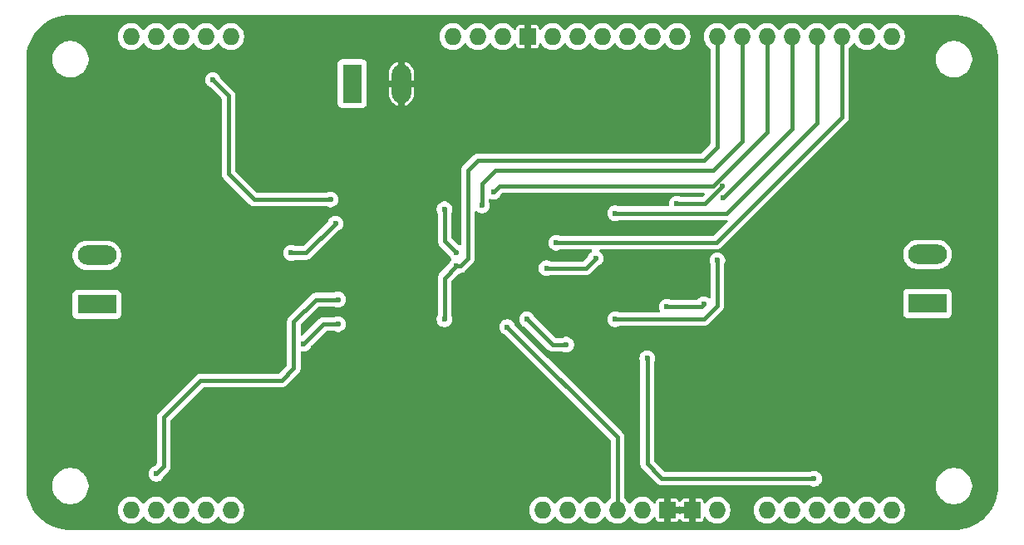
<source format=gbl>
%TF.GenerationSoftware,KiCad,Pcbnew,9.0.4-9.0.4-0~ubuntu24.04.1*%
%TF.CreationDate,2025-09-28T10:50:24-04:00*%
%TF.ProjectId,DualHbridgeDaughterboardDesign,4475616c-4862-4726-9964-676544617567,rev?*%
%TF.SameCoordinates,Original*%
%TF.FileFunction,Copper,L2,Bot*%
%TF.FilePolarity,Positive*%
%FSLAX46Y46*%
G04 Gerber Fmt 4.6, Leading zero omitted, Abs format (unit mm)*
G04 Created by KiCad (PCBNEW 9.0.4-9.0.4-0~ubuntu24.04.1) date 2025-09-28 10:50:24*
%MOMM*%
%LPD*%
G01*
G04 APERTURE LIST*
%TA.AperFunction,ComponentPad*%
%ADD10R,3.960000X1.980000*%
%TD*%
%TA.AperFunction,ComponentPad*%
%ADD11O,3.960000X1.980000*%
%TD*%
%TA.AperFunction,ComponentPad*%
%ADD12R,1.980000X3.960000*%
%TD*%
%TA.AperFunction,ComponentPad*%
%ADD13O,1.980000X3.960000*%
%TD*%
%TA.AperFunction,ComponentPad*%
%ADD14O,1.727200X1.727200*%
%TD*%
%TA.AperFunction,ComponentPad*%
%ADD15R,1.727200X1.727200*%
%TD*%
%TA.AperFunction,ViaPad*%
%ADD16C,0.600000*%
%TD*%
%TA.AperFunction,Conductor*%
%ADD17C,0.381000*%
%TD*%
G04 APERTURE END LIST*
D10*
%TO.P,J1,1,Pin_1*%
%TO.N,/POWB*%
X81200000Y-101500000D03*
D11*
%TO.P,J1,2,Pin_2*%
%TO.N,/POWA*%
X81200000Y-96500000D03*
%TD*%
D10*
%TO.P,J2,1,Pin_1*%
%TO.N,/POWD*%
X165800000Y-101400000D03*
D11*
%TO.P,J2,2,Pin_2*%
%TO.N,/POWC*%
X165800000Y-96400000D03*
%TD*%
D12*
%TO.P,J4,1,Pin_1*%
%TO.N,Vdrive*%
X107200000Y-79000000D03*
D13*
%TO.P,J4,2,Pin_2*%
%TO.N,GND*%
X112200000Y-79000000D03*
%TD*%
D14*
%TO.P,J3,0,GP0*%
%TO.N,unconnected-(J3-GP0-Pad0)*%
X84680000Y-122460000D03*
%TO.P,J3,1,GP1*%
%TO.N,unconnected-(J3-GP1-Pad1)*%
X162150000Y-122460000D03*
%TO.P,J3,2,GP2*%
%TO.N,ENB*%
X157070000Y-74200000D03*
%TO.P,J3,3,GP3*%
%TO.N,INB0*%
X154530000Y-74200000D03*
%TO.P,J3,4,GP4*%
%TO.N,INB1*%
X151990000Y-74200000D03*
%TO.P,J3,5,GP5*%
%TO.N,ENA*%
X149450000Y-74200000D03*
%TO.P,J3,6,GP6*%
%TO.N,INA0*%
X146910000Y-74200000D03*
%TO.P,J3,7,GP7*%
%TO.N,INA1*%
X144370000Y-74200000D03*
%TO.P,J3,8,GP8*%
%TO.N,unconnected-(J3-GP8-Pad8)*%
X140306000Y-74200000D03*
%TO.P,J3,9,GP9*%
%TO.N,unconnected-(J3-GP9-Pad9)*%
X137766000Y-74200000D03*
%TO.P,J3,10,GP10*%
%TO.N,unconnected-(J3-GP10-Pad10)*%
X135226000Y-74200000D03*
%TO.P,J3,11,GP11*%
%TO.N,unconnected-(J3-GP11-Pad11)*%
X132686000Y-74200000D03*
%TO.P,J3,12,GP12*%
%TO.N,unconnected-(J3-GP12-Pad12)*%
X130146000Y-74200000D03*
%TO.P,J3,13,GP13*%
%TO.N,unconnected-(J3-GP13-Pad13)*%
X127606000Y-74200000D03*
%TO.P,J3,14,GP14*%
%TO.N,unconnected-(J3-GP14-Pad14)*%
X149450000Y-122460000D03*
%TO.P,J3,15,GP15*%
%TO.N,unconnected-(J3-GP15-Pad15)*%
X151990000Y-122460000D03*
%TO.P,J3,16,GP16*%
%TO.N,unconnected-(J3-GP16-Pad16)*%
X154530000Y-122460000D03*
%TO.P,J3,17,GP17*%
%TO.N,unconnected-(J3-GP17-Pad17)*%
X157070000Y-122460000D03*
%TO.P,J3,18,GP18*%
%TO.N,unconnected-(J3-GP18-Pad18)*%
X159610000Y-122460000D03*
%TO.P,J3,21,GP21*%
%TO.N,unconnected-(J3-GP21-Pad21)*%
X92300000Y-74200000D03*
%TO.P,J3,22,VIN*%
%TO.N,unconnected-(J3-VIN-Pad22)*%
X144370000Y-122460000D03*
D15*
%TO.P,J3,23,GND*%
%TO.N,GND*%
X141830000Y-122460000D03*
%TO.P,J3,24,GND*%
X139290000Y-122460000D03*
D14*
%TO.P,J3,25,+5V*%
%TO.N,unconnected-(J3-+5V-Pad25)*%
X136750000Y-122460000D03*
%TO.P,J3,26,+3V3*%
%TO.N,+3V3*%
X134210000Y-122460000D03*
%TO.P,J3,27,~{RST}*%
%TO.N,unconnected-(J3-~{RST}-Pad27)*%
X131670000Y-122460000D03*
%TO.P,J3,28,IOREF*%
%TO.N,unconnected-(J3-IOREF-Pad28)*%
X129130000Y-122460000D03*
%TO.P,J3,29,NC*%
%TO.N,unconnected-(J3-NC-Pad29)*%
X126590000Y-122460000D03*
D15*
%TO.P,J3,30,GND*%
%TO.N,GND*%
X125066000Y-74200000D03*
D14*
%TO.P,J3,32,+3V3*%
%TO.N,+3V3*%
X122526000Y-74200000D03*
%TO.P,J3,35,GP35*%
%TO.N,unconnected-(J3-GP35-Pad35)*%
X94840000Y-122460000D03*
%TO.P,J3,36,GP36*%
%TO.N,unconnected-(J3-GP36-Pad36)*%
X92300000Y-122460000D03*
%TO.P,J3,37,GP37*%
%TO.N,unconnected-(J3-GP37-Pad37)*%
X89760000Y-122460000D03*
%TO.P,J3,38,GP38*%
%TO.N,unconnected-(J3-GP38-Pad38)*%
X87220000Y-122460000D03*
%TO.P,J3,39,GP39*%
%TO.N,unconnected-(J3-GP39-Pad39)*%
X87220000Y-74200000D03*
%TO.P,J3,40,TX_GP40*%
%TO.N,unconnected-(J3-TX_GP40-Pad40)*%
X162150000Y-74200000D03*
%TO.P,J3,41,RX_GP41*%
%TO.N,unconnected-(J3-RX_GP41-Pad41)*%
X159610000Y-74200000D03*
%TO.P,J3,42,GP42*%
%TO.N,unconnected-(J3-GP42-Pad42)*%
X84680000Y-74200000D03*
%TO.P,J3,45,GP45*%
%TO.N,unconnected-(J3-GP45-Pad45)*%
X89760000Y-74200000D03*
%TO.P,J3,46,GP46*%
%TO.N,unconnected-(J3-GP46-Pad46)*%
X94840000Y-74200000D03*
%TO.P,J3,47,SDA_GP47*%
%TO.N,unconnected-(J3-SDA_GP47-Pad47)*%
X119986000Y-74200000D03*
%TO.P,J3,48,SCL_GP48*%
%TO.N,unconnected-(J3-SCL_GP48-Pad48)*%
X117446000Y-74200000D03*
%TD*%
D16*
%TO.N,GND*%
X133000000Y-99500000D03*
X130000000Y-77600000D03*
X111400000Y-81600000D03*
X77200000Y-82400000D03*
X117500000Y-80000000D03*
X120904000Y-120650000D03*
X113800000Y-81600000D03*
X155600000Y-117800000D03*
X172500000Y-95000000D03*
X108600000Y-72600000D03*
X170000000Y-90000000D03*
X126500000Y-91500000D03*
X97500000Y-72500000D03*
X172500000Y-100000000D03*
X77400000Y-97600000D03*
X172400000Y-108600000D03*
X142500000Y-77500000D03*
X77000000Y-92600000D03*
X103200000Y-72600000D03*
X121000000Y-105500000D03*
X112500000Y-99500000D03*
X172500000Y-117500000D03*
X172500000Y-90000000D03*
X110000000Y-123500000D03*
X116000000Y-105500000D03*
X75000000Y-102500000D03*
X77400000Y-100000000D03*
X100000000Y-121000000D03*
X95000000Y-120000000D03*
X164200000Y-79400000D03*
X172500000Y-97500000D03*
X170000000Y-100000000D03*
X123698000Y-122428000D03*
X129500000Y-99500000D03*
X128500000Y-91500000D03*
X125000000Y-82400000D03*
X102500000Y-121000000D03*
X132500000Y-77500000D03*
X170000000Y-108600000D03*
X121000000Y-122400000D03*
X130000000Y-82600000D03*
X97500000Y-122500000D03*
X170000000Y-115000000D03*
X111200000Y-72600000D03*
X92500000Y-120000000D03*
X75000000Y-95000000D03*
X172500000Y-115000000D03*
X117500000Y-82500000D03*
X77200000Y-80800000D03*
X120000000Y-80000000D03*
X97500000Y-121000000D03*
X132500000Y-82500000D03*
X170000000Y-97500000D03*
X135000000Y-77600000D03*
X83000000Y-76400000D03*
X120000000Y-82500000D03*
X123698000Y-120650000D03*
X107000000Y-121000000D03*
X115000000Y-99500000D03*
X112500000Y-97000000D03*
X172500000Y-92500000D03*
X165000000Y-72500000D03*
X170000000Y-92500000D03*
X120000000Y-77500000D03*
X82500000Y-122500000D03*
X102500000Y-122500000D03*
X113800000Y-88800000D03*
X114808000Y-122500000D03*
X146400000Y-121000000D03*
X75000000Y-115000000D03*
X77000000Y-85000000D03*
X115000000Y-97000000D03*
X121000000Y-103500000D03*
X75000000Y-80200000D03*
X172500000Y-82500000D03*
X105000000Y-121000000D03*
X170000000Y-80800000D03*
X82500000Y-72500000D03*
X124500000Y-91500000D03*
X172400000Y-106200000D03*
X77400000Y-95000000D03*
X125000000Y-80000000D03*
X82500000Y-117500000D03*
X113800000Y-86200000D03*
X127400000Y-85000000D03*
X75000000Y-85000000D03*
X118500000Y-103500000D03*
X117500000Y-87500000D03*
X164200000Y-117500000D03*
X147200000Y-123400000D03*
X132600000Y-80200000D03*
X117500000Y-77500000D03*
X93600000Y-76000000D03*
X172500000Y-79200000D03*
X118500000Y-105500000D03*
X127500000Y-77500000D03*
X75000000Y-112500000D03*
X164200000Y-123200000D03*
X75000000Y-92500000D03*
X77000000Y-115000000D03*
X160600000Y-76000000D03*
X164200000Y-120000000D03*
X128000000Y-103000000D03*
X131500000Y-99500000D03*
X117500000Y-85000000D03*
X83000000Y-79200000D03*
X112268000Y-120904000D03*
X114808000Y-120904000D03*
X100000000Y-122500000D03*
X170000000Y-102500000D03*
X125000000Y-85000000D03*
X170000000Y-95000000D03*
X127500000Y-82500000D03*
X132500000Y-85000000D03*
X140000000Y-77600000D03*
X91600000Y-117200000D03*
X130000000Y-85000000D03*
X111400000Y-83600000D03*
X75000000Y-82500000D03*
X170000000Y-82500000D03*
X120000000Y-85000000D03*
X113800000Y-72600000D03*
X111400000Y-88800000D03*
X112268000Y-122428000D03*
X127400000Y-80000000D03*
X153000000Y-117600000D03*
X106200000Y-72600000D03*
X113800000Y-83600000D03*
X95000000Y-117500000D03*
X137500000Y-77500000D03*
X133500000Y-97000000D03*
X105000000Y-122500000D03*
X172500000Y-102500000D03*
X170000000Y-106200000D03*
X130000000Y-80000000D03*
X77000000Y-112600000D03*
X75000000Y-78800000D03*
X75000000Y-100000000D03*
X111400000Y-86200000D03*
X75000000Y-97500000D03*
X107000000Y-122500000D03*
X77250000Y-103500000D03*
X163800000Y-76000000D03*
X113800000Y-74600000D03*
%TO.N,INA0*%
X120400000Y-91400000D03*
%TO.N,INB1*%
X144400000Y-97000000D03*
X145000000Y-90600000D03*
X134000000Y-103000000D03*
%TO.N,ENB*%
X128000000Y-95200000D03*
%TO.N,INA1*%
X117800000Y-97600000D03*
X116600000Y-103000000D03*
%TO.N,ENA*%
X121600000Y-90000000D03*
%TO.N,+3V3*%
X123000000Y-103800000D03*
%TO.N,INB0*%
X134000000Y-92200000D03*
%TO.N,Net-(Q1-G)*%
X105500000Y-93250000D03*
X101000000Y-96250000D03*
%TO.N,Net-(Q2-G)*%
X102250000Y-105500000D03*
X105750000Y-103500000D03*
%TO.N,Net-(Q3-G)*%
X93000000Y-78600000D03*
X105000000Y-90800000D03*
%TO.N,Net-(Q4-G)*%
X105750000Y-101000000D03*
X87250000Y-118750000D03*
%TO.N,Net-(Q5-G)*%
X144938258Y-89438258D03*
X140250000Y-91250000D03*
%TO.N,Net-(Q7-G)*%
X143000000Y-101500000D03*
X139250000Y-101750000D03*
%TO.N,Net-(Q8-G)*%
X137250000Y-107000000D03*
X154250000Y-119250000D03*
%TO.N,Net-(U1-IN_B)*%
X117800000Y-96200000D03*
X116600000Y-91800000D03*
%TO.N,Net-(U5-IN_B)*%
X132000000Y-96800000D03*
X127000000Y-97800000D03*
%TO.N,Net-(U6-IN_B)*%
X129000000Y-105600000D03*
X125000000Y-103000000D03*
%TD*%
D17*
%TO.N,INA0*%
X144000000Y-87800000D02*
X121800000Y-87800000D01*
X121800000Y-87800000D02*
X120400000Y-89200000D01*
X146910000Y-84890000D02*
X144000000Y-87800000D01*
X120400000Y-89200000D02*
X120400000Y-89600000D01*
X120400000Y-89600000D02*
X120400000Y-91400000D01*
X146910000Y-74200000D02*
X146910000Y-84890000D01*
%TO.N,INB1*%
X144400000Y-97000000D02*
X144400000Y-101600000D01*
X143000000Y-103000000D02*
X134000000Y-103000000D01*
X143600000Y-102400000D02*
X143000000Y-103000000D01*
X151990000Y-74200000D02*
X151990000Y-83610000D01*
X151990000Y-83610000D02*
X145000000Y-90600000D01*
X144400000Y-101600000D02*
X143600000Y-102400000D01*
%TO.N,ENB*%
X157070000Y-82430000D02*
X157070000Y-74200000D01*
X128000000Y-95200000D02*
X144300000Y-95200000D01*
X144300000Y-95200000D02*
X157070000Y-82430000D01*
%TO.N,INA1*%
X116600000Y-98800000D02*
X116600000Y-103000000D01*
X144370000Y-85430000D02*
X143000000Y-86800000D01*
X119000000Y-87800000D02*
X119000000Y-96800000D01*
X117800000Y-97600000D02*
X116600000Y-98800000D01*
X144370000Y-74200000D02*
X144370000Y-85430000D01*
X143000000Y-86800000D02*
X120000000Y-86800000D01*
X119000000Y-96800000D02*
X118200000Y-97600000D01*
X118200000Y-97600000D02*
X117800000Y-97600000D01*
X120000000Y-86800000D02*
X119000000Y-87800000D01*
%TO.N,ENA*%
X144000000Y-89400000D02*
X149450000Y-83950000D01*
X122200000Y-89400000D02*
X144000000Y-89400000D01*
X121600000Y-90000000D02*
X122200000Y-89400000D01*
X149450000Y-83950000D02*
X149450000Y-74200000D01*
%TO.N,+3V3*%
X134210000Y-115010000D02*
X134210000Y-122460000D01*
X123000000Y-103800000D02*
X134210000Y-115010000D01*
%TO.N,INB0*%
X154530000Y-82970000D02*
X145300000Y-92200000D01*
X154530000Y-74200000D02*
X154530000Y-82970000D01*
X145300000Y-92200000D02*
X134000000Y-92200000D01*
%TO.N,Net-(Q1-G)*%
X102500000Y-96250000D02*
X101000000Y-96250000D01*
X105500000Y-93250000D02*
X102500000Y-96250000D01*
%TO.N,Net-(Q2-G)*%
X105750000Y-103500000D02*
X104250000Y-103500000D01*
X104250000Y-103500000D02*
X102250000Y-105500000D01*
%TO.N,Net-(Q3-G)*%
X94600000Y-88200000D02*
X96800000Y-90400000D01*
X94600000Y-86800000D02*
X94600000Y-88200000D01*
X94600000Y-80200000D02*
X94600000Y-86800000D01*
X96800000Y-90400000D02*
X97200000Y-90800000D01*
X93000000Y-78600000D02*
X94600000Y-80200000D01*
X97200000Y-90800000D02*
X105000000Y-90800000D01*
%TO.N,Net-(Q4-G)*%
X101250000Y-103250000D02*
X101250000Y-103750000D01*
X88000000Y-118000000D02*
X87750000Y-118250000D01*
X87750000Y-118250000D02*
X87250000Y-118750000D01*
X105750000Y-101000000D02*
X103500000Y-101000000D01*
X91750000Y-109250000D02*
X88000000Y-113000000D01*
X88000000Y-113500000D02*
X88000000Y-118000000D01*
X103500000Y-101000000D02*
X101250000Y-103250000D01*
X100000000Y-109250000D02*
X91750000Y-109250000D01*
X101250000Y-108000000D02*
X100000000Y-109250000D01*
X88000000Y-113000000D02*
X88000000Y-113500000D01*
X101250000Y-103750000D02*
X101250000Y-108000000D01*
%TO.N,Net-(Q5-G)*%
X143126516Y-91250000D02*
X140250000Y-91250000D01*
X144938258Y-89438258D02*
X143126516Y-91250000D01*
%TO.N,Net-(Q7-G)*%
X139250000Y-101750000D02*
X142750000Y-101750000D01*
X142750000Y-101750000D02*
X143000000Y-101500000D01*
%TO.N,Net-(Q8-G)*%
X137250000Y-117750000D02*
X138500000Y-119000000D01*
X138750000Y-119250000D02*
X154250000Y-119250000D01*
X138500000Y-119000000D02*
X138750000Y-119250000D01*
X137250000Y-107000000D02*
X137250000Y-117750000D01*
%TO.N,Net-(U1-IN_B)*%
X116600000Y-95000000D02*
X116600000Y-91800000D01*
X117800000Y-96200000D02*
X116600000Y-95000000D01*
%TO.N,Net-(U5-IN_B)*%
X127000000Y-97800000D02*
X131000000Y-97800000D01*
X131000000Y-97800000D02*
X132000000Y-96800000D01*
%TO.N,Net-(U6-IN_B)*%
X125000000Y-103000000D02*
X127600000Y-105600000D01*
X127600000Y-105600000D02*
X129000000Y-105600000D01*
%TD*%
%TA.AperFunction,Conductor*%
%TO.N,GND*%
G36*
X140603332Y-122062779D02*
G01*
X140647680Y-122091280D01*
X140666400Y-122110000D01*
X141461578Y-122110000D01*
X141423498Y-122148080D01*
X141356619Y-122263919D01*
X141322000Y-122393120D01*
X141322000Y-122526880D01*
X141356619Y-122656081D01*
X141423498Y-122771920D01*
X141461578Y-122810000D01*
X140666400Y-122810000D01*
X140647680Y-122828720D01*
X140586357Y-122862204D01*
X140516665Y-122857219D01*
X140472319Y-122828719D01*
X140453600Y-122810000D01*
X139658422Y-122810000D01*
X139696502Y-122771920D01*
X139763381Y-122656081D01*
X139798000Y-122526880D01*
X139798000Y-122393120D01*
X139763381Y-122263919D01*
X139696502Y-122148080D01*
X139658422Y-122110000D01*
X140453598Y-122110000D01*
X140472317Y-122091281D01*
X140533640Y-122057795D01*
X140603332Y-122062779D01*
G37*
%TD.AperFunction*%
%TA.AperFunction,Conductor*%
G36*
X168502702Y-72000617D02*
G01*
X168886771Y-72017386D01*
X168897506Y-72018326D01*
X169275971Y-72068152D01*
X169286597Y-72070025D01*
X169659284Y-72152648D01*
X169669710Y-72155442D01*
X170033765Y-72270227D01*
X170043911Y-72273920D01*
X170396578Y-72420000D01*
X170406369Y-72424566D01*
X170744942Y-72600816D01*
X170754310Y-72606224D01*
X171076244Y-72811318D01*
X171085105Y-72817523D01*
X171387930Y-73049889D01*
X171396217Y-73056843D01*
X171677635Y-73314715D01*
X171685284Y-73322364D01*
X171943156Y-73603782D01*
X171950110Y-73612069D01*
X172182476Y-73914894D01*
X172188681Y-73923755D01*
X172393775Y-74245689D01*
X172399183Y-74255057D01*
X172575430Y-74593623D01*
X172580002Y-74603427D01*
X172726075Y-74956078D01*
X172729775Y-74966244D01*
X172844554Y-75330278D01*
X172847354Y-75340727D01*
X172929971Y-75713389D01*
X172931849Y-75724042D01*
X172981671Y-76102473D01*
X172982614Y-76113249D01*
X172999382Y-76497297D01*
X172999500Y-76502706D01*
X172999500Y-119997293D01*
X172999382Y-120002702D01*
X172982614Y-120386750D01*
X172981671Y-120397526D01*
X172931849Y-120775957D01*
X172929971Y-120786610D01*
X172847354Y-121159272D01*
X172844554Y-121169721D01*
X172729775Y-121533755D01*
X172726075Y-121543921D01*
X172580002Y-121896572D01*
X172575430Y-121906376D01*
X172399183Y-122244942D01*
X172393775Y-122254310D01*
X172188681Y-122576244D01*
X172182476Y-122585105D01*
X171950110Y-122887930D01*
X171943156Y-122896217D01*
X171685284Y-123177635D01*
X171677635Y-123185284D01*
X171396217Y-123443156D01*
X171387930Y-123450110D01*
X171085105Y-123682476D01*
X171076244Y-123688681D01*
X170754310Y-123893775D01*
X170744942Y-123899183D01*
X170406376Y-124075430D01*
X170396572Y-124080002D01*
X170043921Y-124226075D01*
X170033755Y-124229775D01*
X169669721Y-124344554D01*
X169659272Y-124347354D01*
X169286610Y-124429971D01*
X169275957Y-124431849D01*
X168897526Y-124481671D01*
X168886750Y-124482614D01*
X168502703Y-124499382D01*
X168497294Y-124499500D01*
X78502706Y-124499500D01*
X78497297Y-124499382D01*
X78113249Y-124482614D01*
X78102473Y-124481671D01*
X77724042Y-124431849D01*
X77713389Y-124429971D01*
X77340727Y-124347354D01*
X77330278Y-124344554D01*
X76966244Y-124229775D01*
X76956078Y-124226075D01*
X76603427Y-124080002D01*
X76593623Y-124075430D01*
X76255057Y-123899183D01*
X76245689Y-123893775D01*
X75923755Y-123688681D01*
X75914894Y-123682476D01*
X75612069Y-123450110D01*
X75603782Y-123443156D01*
X75322364Y-123185284D01*
X75314715Y-123177635D01*
X75056843Y-122896217D01*
X75049889Y-122887930D01*
X74817523Y-122585105D01*
X74811318Y-122576244D01*
X74708210Y-122414396D01*
X74668869Y-122352643D01*
X83315900Y-122352643D01*
X83315900Y-122567356D01*
X83349489Y-122779428D01*
X83415837Y-122983630D01*
X83415838Y-122983633D01*
X83499652Y-123148125D01*
X83513317Y-123174944D01*
X83639523Y-123348651D01*
X83791349Y-123500477D01*
X83965056Y-123626683D01*
X84058888Y-123674492D01*
X84156366Y-123724161D01*
X84156369Y-123724162D01*
X84258470Y-123757336D01*
X84360573Y-123790511D01*
X84572643Y-123824100D01*
X84572644Y-123824100D01*
X84787356Y-123824100D01*
X84787357Y-123824100D01*
X84999427Y-123790511D01*
X85203633Y-123724161D01*
X85394944Y-123626683D01*
X85568651Y-123500477D01*
X85720477Y-123348651D01*
X85846683Y-123174944D01*
X85846683Y-123174943D01*
X85849547Y-123171002D01*
X85851478Y-123172405D01*
X85895927Y-123132078D01*
X85964840Y-123120558D01*
X86029042Y-123148125D01*
X86049478Y-123171709D01*
X86050453Y-123171002D01*
X86053316Y-123174943D01*
X86053317Y-123174944D01*
X86179523Y-123348651D01*
X86331349Y-123500477D01*
X86505056Y-123626683D01*
X86598888Y-123674492D01*
X86696366Y-123724161D01*
X86696369Y-123724162D01*
X86798470Y-123757336D01*
X86900573Y-123790511D01*
X87112643Y-123824100D01*
X87112644Y-123824100D01*
X87327356Y-123824100D01*
X87327357Y-123824100D01*
X87539427Y-123790511D01*
X87743633Y-123724161D01*
X87934944Y-123626683D01*
X88108651Y-123500477D01*
X88260477Y-123348651D01*
X88386683Y-123174944D01*
X88386683Y-123174943D01*
X88389547Y-123171002D01*
X88391478Y-123172405D01*
X88435927Y-123132078D01*
X88504840Y-123120558D01*
X88569042Y-123148125D01*
X88589478Y-123171709D01*
X88590453Y-123171002D01*
X88593316Y-123174943D01*
X88593317Y-123174944D01*
X88719523Y-123348651D01*
X88871349Y-123500477D01*
X89045056Y-123626683D01*
X89138888Y-123674492D01*
X89236366Y-123724161D01*
X89236369Y-123724162D01*
X89338470Y-123757336D01*
X89440573Y-123790511D01*
X89652643Y-123824100D01*
X89652644Y-123824100D01*
X89867356Y-123824100D01*
X89867357Y-123824100D01*
X90079427Y-123790511D01*
X90283633Y-123724161D01*
X90474944Y-123626683D01*
X90648651Y-123500477D01*
X90800477Y-123348651D01*
X90926683Y-123174944D01*
X90926683Y-123174943D01*
X90929547Y-123171002D01*
X90931478Y-123172405D01*
X90975927Y-123132078D01*
X91044840Y-123120558D01*
X91109042Y-123148125D01*
X91129478Y-123171709D01*
X91130453Y-123171002D01*
X91133316Y-123174943D01*
X91133317Y-123174944D01*
X91259523Y-123348651D01*
X91411349Y-123500477D01*
X91585056Y-123626683D01*
X91678888Y-123674492D01*
X91776366Y-123724161D01*
X91776369Y-123724162D01*
X91878470Y-123757336D01*
X91980573Y-123790511D01*
X92192643Y-123824100D01*
X92192644Y-123824100D01*
X92407356Y-123824100D01*
X92407357Y-123824100D01*
X92619427Y-123790511D01*
X92823633Y-123724161D01*
X93014944Y-123626683D01*
X93188651Y-123500477D01*
X93340477Y-123348651D01*
X93466683Y-123174944D01*
X93466683Y-123174943D01*
X93469547Y-123171002D01*
X93471478Y-123172405D01*
X93515927Y-123132078D01*
X93584840Y-123120558D01*
X93649042Y-123148125D01*
X93669478Y-123171709D01*
X93670453Y-123171002D01*
X93673316Y-123174943D01*
X93673317Y-123174944D01*
X93799523Y-123348651D01*
X93951349Y-123500477D01*
X94125056Y-123626683D01*
X94218888Y-123674492D01*
X94316366Y-123724161D01*
X94316369Y-123724162D01*
X94418470Y-123757336D01*
X94520573Y-123790511D01*
X94732643Y-123824100D01*
X94732644Y-123824100D01*
X94947356Y-123824100D01*
X94947357Y-123824100D01*
X95159427Y-123790511D01*
X95363633Y-123724161D01*
X95554944Y-123626683D01*
X95728651Y-123500477D01*
X95880477Y-123348651D01*
X96006683Y-123174944D01*
X96104161Y-122983633D01*
X96170511Y-122779427D01*
X96204100Y-122567357D01*
X96204100Y-122352643D01*
X96170511Y-122140573D01*
X96137336Y-122038470D01*
X96104162Y-121936369D01*
X96104161Y-121936366D01*
X96020266Y-121771715D01*
X96006683Y-121745056D01*
X95880477Y-121571349D01*
X95728651Y-121419523D01*
X95554944Y-121293317D01*
X95530998Y-121281116D01*
X95363633Y-121195838D01*
X95363630Y-121195837D01*
X95159428Y-121129489D01*
X95053392Y-121112694D01*
X94947357Y-121095900D01*
X94732643Y-121095900D01*
X94661953Y-121107096D01*
X94520571Y-121129489D01*
X94316369Y-121195837D01*
X94316366Y-121195838D01*
X94125055Y-121293317D01*
X94097886Y-121313057D01*
X93951349Y-121419523D01*
X93951347Y-121419525D01*
X93951346Y-121419525D01*
X93799525Y-121571346D01*
X93799525Y-121571347D01*
X93799523Y-121571349D01*
X93687918Y-121724959D01*
X93670453Y-121748998D01*
X93668562Y-121747624D01*
X93623848Y-121788030D01*
X93554911Y-121799411D01*
X93490765Y-121771715D01*
X93470488Y-121748314D01*
X93469547Y-121748998D01*
X93452082Y-121724960D01*
X93340477Y-121571349D01*
X93188651Y-121419523D01*
X93014944Y-121293317D01*
X92990998Y-121281116D01*
X92823633Y-121195838D01*
X92823630Y-121195837D01*
X92619428Y-121129489D01*
X92513392Y-121112694D01*
X92407357Y-121095900D01*
X92192643Y-121095900D01*
X92121953Y-121107096D01*
X91980571Y-121129489D01*
X91776369Y-121195837D01*
X91776366Y-121195838D01*
X91585055Y-121293317D01*
X91557886Y-121313057D01*
X91411349Y-121419523D01*
X91411347Y-121419525D01*
X91411346Y-121419525D01*
X91259525Y-121571346D01*
X91259525Y-121571347D01*
X91259523Y-121571349D01*
X91147918Y-121724959D01*
X91130453Y-121748998D01*
X91128562Y-121747624D01*
X91083848Y-121788030D01*
X91014911Y-121799411D01*
X90950765Y-121771715D01*
X90930488Y-121748314D01*
X90929547Y-121748998D01*
X90912082Y-121724960D01*
X90800477Y-121571349D01*
X90648651Y-121419523D01*
X90474944Y-121293317D01*
X90450998Y-121281116D01*
X90283633Y-121195838D01*
X90283630Y-121195837D01*
X90079428Y-121129489D01*
X89973392Y-121112694D01*
X89867357Y-121095900D01*
X89652643Y-121095900D01*
X89581953Y-121107096D01*
X89440571Y-121129489D01*
X89236369Y-121195837D01*
X89236366Y-121195838D01*
X89045055Y-121293317D01*
X89017886Y-121313057D01*
X88871349Y-121419523D01*
X88871347Y-121419525D01*
X88871346Y-121419525D01*
X88719525Y-121571346D01*
X88719525Y-121571347D01*
X88719523Y-121571349D01*
X88607918Y-121724959D01*
X88590453Y-121748998D01*
X88588562Y-121747624D01*
X88543848Y-121788030D01*
X88474911Y-121799411D01*
X88410765Y-121771715D01*
X88390488Y-121748314D01*
X88389547Y-121748998D01*
X88372082Y-121724960D01*
X88260477Y-121571349D01*
X88108651Y-121419523D01*
X87934944Y-121293317D01*
X87910998Y-121281116D01*
X87743633Y-121195838D01*
X87743630Y-121195837D01*
X87539428Y-121129489D01*
X87433392Y-121112694D01*
X87327357Y-121095900D01*
X87112643Y-121095900D01*
X87041953Y-121107096D01*
X86900571Y-121129489D01*
X86696369Y-121195837D01*
X86696366Y-121195838D01*
X86505055Y-121293317D01*
X86477886Y-121313057D01*
X86331349Y-121419523D01*
X86331347Y-121419525D01*
X86331346Y-121419525D01*
X86179525Y-121571346D01*
X86179525Y-121571347D01*
X86179523Y-121571349D01*
X86067918Y-121724959D01*
X86050453Y-121748998D01*
X86048562Y-121747624D01*
X86003848Y-121788030D01*
X85934911Y-121799411D01*
X85870765Y-121771715D01*
X85850488Y-121748314D01*
X85849547Y-121748998D01*
X85832082Y-121724960D01*
X85720477Y-121571349D01*
X85568651Y-121419523D01*
X85394944Y-121293317D01*
X85370998Y-121281116D01*
X85203633Y-121195838D01*
X85203630Y-121195837D01*
X84999428Y-121129489D01*
X84893392Y-121112694D01*
X84787357Y-121095900D01*
X84572643Y-121095900D01*
X84501953Y-121107096D01*
X84360571Y-121129489D01*
X84156369Y-121195837D01*
X84156366Y-121195838D01*
X83965055Y-121293317D01*
X83937886Y-121313057D01*
X83791349Y-121419523D01*
X83791347Y-121419525D01*
X83791346Y-121419525D01*
X83639525Y-121571346D01*
X83639525Y-121571347D01*
X83639523Y-121571349D01*
X83585322Y-121645949D01*
X83513317Y-121745055D01*
X83415838Y-121936366D01*
X83415837Y-121936369D01*
X83349489Y-122140571D01*
X83315900Y-122352643D01*
X74668869Y-122352643D01*
X74606224Y-122254310D01*
X74600816Y-122244942D01*
X74546484Y-122140571D01*
X74424566Y-121906369D01*
X74419997Y-121896572D01*
X74273920Y-121543911D01*
X74270224Y-121533755D01*
X74267945Y-121526526D01*
X74155442Y-121169710D01*
X74152648Y-121159284D01*
X74070025Y-120786597D01*
X74068152Y-120775971D01*
X74018326Y-120397506D01*
X74017386Y-120386771D01*
X74000618Y-120002702D01*
X74000500Y-119997293D01*
X74000500Y-119878711D01*
X76649500Y-119878711D01*
X76649500Y-120121288D01*
X76681161Y-120361785D01*
X76743947Y-120596104D01*
X76836773Y-120820205D01*
X76836776Y-120820212D01*
X76958064Y-121030289D01*
X76958066Y-121030292D01*
X76958067Y-121030293D01*
X77105733Y-121222736D01*
X77105739Y-121222743D01*
X77277256Y-121394260D01*
X77277263Y-121394266D01*
X77390321Y-121481018D01*
X77469711Y-121541936D01*
X77679788Y-121663224D01*
X77903900Y-121756054D01*
X78138211Y-121818838D01*
X78318586Y-121842584D01*
X78378711Y-121850500D01*
X78378712Y-121850500D01*
X78621289Y-121850500D01*
X78669388Y-121844167D01*
X78861789Y-121818838D01*
X79096100Y-121756054D01*
X79320212Y-121663224D01*
X79530289Y-121541936D01*
X79722738Y-121394265D01*
X79894265Y-121222738D01*
X80041936Y-121030289D01*
X80163224Y-120820212D01*
X80256054Y-120596100D01*
X80318838Y-120361789D01*
X80350500Y-120121288D01*
X80350500Y-119878712D01*
X80318838Y-119638211D01*
X80256054Y-119403900D01*
X80163224Y-119179788D01*
X80041936Y-118969711D01*
X79909368Y-118796945D01*
X79894266Y-118777263D01*
X79894260Y-118777256D01*
X79788157Y-118671153D01*
X86449500Y-118671153D01*
X86449500Y-118828846D01*
X86480261Y-118983489D01*
X86480264Y-118983501D01*
X86540602Y-119129172D01*
X86540609Y-119129185D01*
X86628210Y-119260288D01*
X86628213Y-119260292D01*
X86739707Y-119371786D01*
X86739711Y-119371789D01*
X86870814Y-119459390D01*
X86870827Y-119459397D01*
X87016498Y-119519735D01*
X87016503Y-119519737D01*
X87171153Y-119550499D01*
X87171156Y-119550500D01*
X87171158Y-119550500D01*
X87328844Y-119550500D01*
X87328845Y-119550499D01*
X87483497Y-119519737D01*
X87629179Y-119459394D01*
X87760289Y-119371789D01*
X87871789Y-119260289D01*
X87959394Y-119129179D01*
X88019737Y-118983497D01*
X88019739Y-118983489D01*
X88021507Y-118977662D01*
X88023854Y-118978374D01*
X88027621Y-118971169D01*
X88031643Y-118952682D01*
X88050363Y-118927672D01*
X88051226Y-118926023D01*
X88052747Y-118924473D01*
X88180276Y-118796943D01*
X88180281Y-118796940D01*
X88190485Y-118786735D01*
X88190487Y-118786735D01*
X88536735Y-118440487D01*
X88612356Y-118327312D01*
X88664445Y-118201558D01*
X88674800Y-118149500D01*
X88689159Y-118077313D01*
X88691000Y-118068060D01*
X88691000Y-113337583D01*
X88710685Y-113270544D01*
X88727319Y-113249902D01*
X91999902Y-109977319D01*
X92061225Y-109943834D01*
X92087583Y-109941000D01*
X100068060Y-109941000D01*
X100157870Y-109923134D01*
X100201557Y-109914445D01*
X100327311Y-109862356D01*
X100440487Y-109786735D01*
X101786735Y-108440486D01*
X101862356Y-108327311D01*
X101914445Y-108201557D01*
X101941000Y-108068057D01*
X101941000Y-107931943D01*
X101941000Y-106405813D01*
X101960685Y-106338774D01*
X102013489Y-106293019D01*
X102082647Y-106283075D01*
X102089192Y-106284196D01*
X102171155Y-106300500D01*
X102171158Y-106300500D01*
X102328844Y-106300500D01*
X102328845Y-106300499D01*
X102483497Y-106269737D01*
X102629179Y-106209394D01*
X102760289Y-106121789D01*
X102871789Y-106010289D01*
X102959394Y-105879179D01*
X103019737Y-105733497D01*
X103019738Y-105733489D01*
X103021505Y-105727668D01*
X103023859Y-105728382D01*
X103051194Y-105676055D01*
X103052737Y-105674483D01*
X104499903Y-104227319D01*
X104561226Y-104193834D01*
X104587584Y-104191000D01*
X105305677Y-104191000D01*
X105364509Y-104208275D01*
X105365447Y-104206521D01*
X105370815Y-104209390D01*
X105370821Y-104209394D01*
X105516503Y-104269737D01*
X105671153Y-104300499D01*
X105671156Y-104300500D01*
X105671158Y-104300500D01*
X105828844Y-104300500D01*
X105828845Y-104300499D01*
X105983497Y-104269737D01*
X106129179Y-104209394D01*
X106260289Y-104121789D01*
X106371789Y-104010289D01*
X106459394Y-103879179D01*
X106519737Y-103733497D01*
X106550500Y-103578842D01*
X106550500Y-103421158D01*
X106550500Y-103421155D01*
X106550499Y-103421153D01*
X106524353Y-103289711D01*
X106519737Y-103266503D01*
X106484710Y-103181939D01*
X106459397Y-103120827D01*
X106459390Y-103120814D01*
X106371789Y-102989711D01*
X106371786Y-102989707D01*
X106260292Y-102878213D01*
X106260288Y-102878210D01*
X106129185Y-102790609D01*
X106129172Y-102790602D01*
X105983501Y-102730264D01*
X105983489Y-102730261D01*
X105828845Y-102699500D01*
X105828842Y-102699500D01*
X105671158Y-102699500D01*
X105671155Y-102699500D01*
X105516510Y-102730261D01*
X105516498Y-102730264D01*
X105370828Y-102790602D01*
X105365447Y-102793479D01*
X105364294Y-102791323D01*
X105307869Y-102808981D01*
X105305677Y-102809000D01*
X104181940Y-102809000D01*
X104098635Y-102825571D01*
X104057286Y-102833796D01*
X104048443Y-102835555D01*
X104048438Y-102835556D01*
X103922690Y-102887642D01*
X103922687Y-102887644D01*
X103809514Y-102963263D01*
X103809507Y-102963269D01*
X102152681Y-104620096D01*
X102091358Y-104653581D01*
X102021666Y-104648597D01*
X101965733Y-104606725D01*
X101941316Y-104541261D01*
X101941000Y-104532415D01*
X101941000Y-103587583D01*
X101960685Y-103520544D01*
X101977319Y-103499902D01*
X103749902Y-101727319D01*
X103811225Y-101693834D01*
X103837583Y-101691000D01*
X105305677Y-101691000D01*
X105364509Y-101708275D01*
X105365447Y-101706521D01*
X105370815Y-101709390D01*
X105370821Y-101709394D01*
X105516503Y-101769737D01*
X105671002Y-101800469D01*
X105671153Y-101800499D01*
X105671156Y-101800500D01*
X105671158Y-101800500D01*
X105828844Y-101800500D01*
X105828845Y-101800499D01*
X105983497Y-101769737D01*
X106129179Y-101709394D01*
X106260289Y-101621789D01*
X106371789Y-101510289D01*
X106459394Y-101379179D01*
X106462854Y-101370827D01*
X106517163Y-101239711D01*
X106519737Y-101233497D01*
X106550500Y-101078842D01*
X106550500Y-100921158D01*
X106550500Y-100921155D01*
X106550499Y-100921153D01*
X106524531Y-100790606D01*
X106519737Y-100766503D01*
X106519735Y-100766498D01*
X106459397Y-100620827D01*
X106459390Y-100620814D01*
X106371789Y-100489711D01*
X106371786Y-100489707D01*
X106260292Y-100378213D01*
X106260288Y-100378210D01*
X106129185Y-100290609D01*
X106129172Y-100290602D01*
X105983501Y-100230264D01*
X105983489Y-100230261D01*
X105828845Y-100199500D01*
X105828842Y-100199500D01*
X105671158Y-100199500D01*
X105671155Y-100199500D01*
X105516510Y-100230261D01*
X105516498Y-100230264D01*
X105370828Y-100290602D01*
X105365447Y-100293479D01*
X105364294Y-100291323D01*
X105307869Y-100308981D01*
X105305677Y-100309000D01*
X103431940Y-100309000D01*
X103353904Y-100324523D01*
X103353903Y-100324523D01*
X103298450Y-100335553D01*
X103298438Y-100335556D01*
X103172695Y-100387640D01*
X103172682Y-100387647D01*
X103059514Y-100463264D01*
X103059510Y-100463267D01*
X100713269Y-102809507D01*
X100713263Y-102809514D01*
X100659152Y-102890499D01*
X100659151Y-102890501D01*
X100637648Y-102922680D01*
X100637640Y-102922695D01*
X100585556Y-103048438D01*
X100585553Y-103048448D01*
X100559000Y-103181939D01*
X100559000Y-107662416D01*
X100539315Y-107729455D01*
X100522681Y-107750097D01*
X99750097Y-108522681D01*
X99688774Y-108556166D01*
X99662416Y-108559000D01*
X91681940Y-108559000D01*
X91548448Y-108585553D01*
X91548438Y-108585556D01*
X91422695Y-108637640D01*
X91422682Y-108637647D01*
X91309514Y-108713264D01*
X91309510Y-108713267D01*
X87463269Y-112559507D01*
X87463263Y-112559514D01*
X87387644Y-112672687D01*
X87387642Y-112672690D01*
X87335556Y-112798438D01*
X87335553Y-112798448D01*
X87309000Y-112931939D01*
X87309000Y-117662416D01*
X87300355Y-117691856D01*
X87293832Y-117721843D01*
X87290077Y-117726858D01*
X87289315Y-117729455D01*
X87272681Y-117750097D01*
X87213265Y-117809513D01*
X87213262Y-117809514D01*
X87213263Y-117809515D01*
X87075569Y-117947207D01*
X87021753Y-117976591D01*
X87022331Y-117978495D01*
X87016500Y-117980263D01*
X86870827Y-118040602D01*
X86870814Y-118040609D01*
X86739711Y-118128210D01*
X86739707Y-118128213D01*
X86628213Y-118239707D01*
X86628210Y-118239711D01*
X86540609Y-118370814D01*
X86540602Y-118370827D01*
X86480264Y-118516498D01*
X86480261Y-118516510D01*
X86449500Y-118671153D01*
X79788157Y-118671153D01*
X79722743Y-118605739D01*
X79722736Y-118605733D01*
X79530293Y-118458067D01*
X79530292Y-118458066D01*
X79530289Y-118458064D01*
X79320212Y-118336776D01*
X79320205Y-118336773D01*
X79096104Y-118243947D01*
X78896590Y-118190487D01*
X78861789Y-118181162D01*
X78861788Y-118181161D01*
X78861785Y-118181161D01*
X78621289Y-118149500D01*
X78621288Y-118149500D01*
X78378712Y-118149500D01*
X78378711Y-118149500D01*
X78138214Y-118181161D01*
X77903895Y-118243947D01*
X77679794Y-118336773D01*
X77679785Y-118336777D01*
X77469706Y-118458067D01*
X77277263Y-118605733D01*
X77277256Y-118605739D01*
X77105739Y-118777256D01*
X77105733Y-118777263D01*
X76958067Y-118969706D01*
X76958064Y-118969710D01*
X76958064Y-118969711D01*
X76953062Y-118978374D01*
X76836777Y-119179785D01*
X76836773Y-119179794D01*
X76743947Y-119403895D01*
X76681161Y-119638214D01*
X76649500Y-119878711D01*
X74000500Y-119878711D01*
X74000500Y-100462135D01*
X78719500Y-100462135D01*
X78719500Y-102537870D01*
X78719501Y-102537876D01*
X78725908Y-102597483D01*
X78776202Y-102732328D01*
X78776206Y-102732335D01*
X78862452Y-102847544D01*
X78862455Y-102847547D01*
X78977664Y-102933793D01*
X78977671Y-102933797D01*
X79112517Y-102984091D01*
X79112516Y-102984091D01*
X79119444Y-102984835D01*
X79172127Y-102990500D01*
X83227872Y-102990499D01*
X83287483Y-102984091D01*
X83422331Y-102933796D01*
X83537546Y-102847546D01*
X83623796Y-102732331D01*
X83674091Y-102597483D01*
X83680500Y-102537873D01*
X83680499Y-100462128D01*
X83674091Y-100402517D01*
X83668542Y-100387640D01*
X83623797Y-100267671D01*
X83623793Y-100267664D01*
X83537547Y-100152455D01*
X83537544Y-100152452D01*
X83422335Y-100066206D01*
X83422328Y-100066202D01*
X83287482Y-100015908D01*
X83287483Y-100015908D01*
X83227883Y-100009501D01*
X83227881Y-100009500D01*
X83227873Y-100009500D01*
X83227864Y-100009500D01*
X79172129Y-100009500D01*
X79172123Y-100009501D01*
X79112516Y-100015908D01*
X78977671Y-100066202D01*
X78977664Y-100066206D01*
X78862455Y-100152452D01*
X78862452Y-100152455D01*
X78776206Y-100267664D01*
X78776202Y-100267671D01*
X78725908Y-100402517D01*
X78719501Y-100462116D01*
X78719501Y-100462123D01*
X78719500Y-100462135D01*
X74000500Y-100462135D01*
X74000500Y-96382695D01*
X78719500Y-96382695D01*
X78719500Y-96617304D01*
X78756201Y-96849027D01*
X78828697Y-97072150D01*
X78881954Y-97176672D01*
X78904452Y-97220827D01*
X78935212Y-97281195D01*
X79073104Y-97470989D01*
X79073108Y-97470994D01*
X79239005Y-97636891D01*
X79239010Y-97636895D01*
X79404558Y-97757171D01*
X79428808Y-97774790D01*
X79633021Y-97878842D01*
X79637849Y-97881302D01*
X79749410Y-97917550D01*
X79860974Y-97953799D01*
X80092695Y-97990500D01*
X80092696Y-97990500D01*
X82307304Y-97990500D01*
X82307305Y-97990500D01*
X82539026Y-97953799D01*
X82762153Y-97881301D01*
X82971192Y-97774790D01*
X83160996Y-97636890D01*
X83326890Y-97470996D01*
X83464790Y-97281192D01*
X83571301Y-97072153D01*
X83643799Y-96849026D01*
X83680500Y-96617305D01*
X83680500Y-96382695D01*
X83646995Y-96171153D01*
X100199500Y-96171153D01*
X100199500Y-96328846D01*
X100230261Y-96483489D01*
X100230264Y-96483501D01*
X100290602Y-96629172D01*
X100290609Y-96629185D01*
X100378210Y-96760288D01*
X100378213Y-96760292D01*
X100489707Y-96871786D01*
X100489711Y-96871789D01*
X100620814Y-96959390D01*
X100620827Y-96959397D01*
X100766498Y-97019735D01*
X100766503Y-97019737D01*
X100921153Y-97050499D01*
X100921156Y-97050500D01*
X100921158Y-97050500D01*
X101078844Y-97050500D01*
X101078845Y-97050499D01*
X101233497Y-97019737D01*
X101379179Y-96959394D01*
X101379188Y-96959387D01*
X101384553Y-96956521D01*
X101385705Y-96958676D01*
X101442131Y-96941019D01*
X101444323Y-96941000D01*
X102568060Y-96941000D01*
X102667834Y-96921153D01*
X102701557Y-96914445D01*
X102827311Y-96862356D01*
X102852572Y-96845477D01*
X102940487Y-96786735D01*
X105674427Y-94052792D01*
X105728241Y-94023408D01*
X105727664Y-94021506D01*
X105733486Y-94019739D01*
X105733497Y-94019737D01*
X105879179Y-93959394D01*
X106010289Y-93871789D01*
X106121789Y-93760289D01*
X106209394Y-93629179D01*
X106269737Y-93483497D01*
X106300500Y-93328842D01*
X106300500Y-93171158D01*
X106300500Y-93171155D01*
X106300499Y-93171153D01*
X106272948Y-93032647D01*
X106269737Y-93016503D01*
X106269735Y-93016498D01*
X106209397Y-92870827D01*
X106209390Y-92870814D01*
X106121789Y-92739711D01*
X106121786Y-92739707D01*
X106010292Y-92628213D01*
X106010288Y-92628210D01*
X105879185Y-92540609D01*
X105879172Y-92540602D01*
X105733501Y-92480264D01*
X105733489Y-92480261D01*
X105578845Y-92449500D01*
X105578842Y-92449500D01*
X105421158Y-92449500D01*
X105421155Y-92449500D01*
X105266510Y-92480261D01*
X105266498Y-92480264D01*
X105120827Y-92540602D01*
X105120814Y-92540609D01*
X104989711Y-92628210D01*
X104989707Y-92628213D01*
X104878213Y-92739707D01*
X104878210Y-92739711D01*
X104790609Y-92870814D01*
X104790602Y-92870827D01*
X104730264Y-93016498D01*
X104728496Y-93022329D01*
X104726163Y-93021621D01*
X104698720Y-93074030D01*
X104697206Y-93075571D01*
X102250097Y-95522681D01*
X102188774Y-95556166D01*
X102162416Y-95559000D01*
X101444323Y-95559000D01*
X101385490Y-95541724D01*
X101384553Y-95543479D01*
X101379181Y-95540607D01*
X101379179Y-95540606D01*
X101379176Y-95540605D01*
X101379171Y-95540602D01*
X101233501Y-95480264D01*
X101233489Y-95480261D01*
X101078845Y-95449500D01*
X101078842Y-95449500D01*
X100921158Y-95449500D01*
X100921155Y-95449500D01*
X100766510Y-95480261D01*
X100766498Y-95480264D01*
X100620827Y-95540602D01*
X100620814Y-95540609D01*
X100489711Y-95628210D01*
X100489707Y-95628213D01*
X100378213Y-95739707D01*
X100378210Y-95739711D01*
X100290609Y-95870814D01*
X100290602Y-95870827D01*
X100230264Y-96016498D01*
X100230261Y-96016510D01*
X100199500Y-96171153D01*
X83646995Y-96171153D01*
X83643799Y-96150974D01*
X83611307Y-96050972D01*
X83571302Y-95927849D01*
X83560435Y-95906521D01*
X83464790Y-95718808D01*
X83392133Y-95618804D01*
X83326895Y-95529010D01*
X83326891Y-95529005D01*
X83160994Y-95363108D01*
X83160989Y-95363104D01*
X82971195Y-95225212D01*
X82971194Y-95225211D01*
X82971192Y-95225210D01*
X82788144Y-95131942D01*
X82762150Y-95118697D01*
X82539027Y-95046201D01*
X82365385Y-95018699D01*
X82307305Y-95009500D01*
X80092695Y-95009500D01*
X80034615Y-95018699D01*
X79860972Y-95046201D01*
X79637849Y-95118697D01*
X79428804Y-95225212D01*
X79239010Y-95363104D01*
X79239005Y-95363108D01*
X79073108Y-95529005D01*
X79073104Y-95529010D01*
X78935212Y-95718804D01*
X78828697Y-95927849D01*
X78756201Y-96150972D01*
X78719500Y-96382695D01*
X74000500Y-96382695D01*
X74000500Y-91721153D01*
X115799500Y-91721153D01*
X115799500Y-91878846D01*
X115830261Y-92033489D01*
X115830264Y-92033501D01*
X115890603Y-92179174D01*
X115893475Y-92184546D01*
X115891317Y-92185699D01*
X115908980Y-92242108D01*
X115909000Y-92244322D01*
X115909000Y-95068058D01*
X115921708Y-95131942D01*
X115935555Y-95201557D01*
X115935556Y-95201561D01*
X115987642Y-95327309D01*
X115987644Y-95327312D01*
X116063263Y-95440485D01*
X116063269Y-95440492D01*
X116997205Y-96374427D01*
X117026590Y-96428242D01*
X117028494Y-96427665D01*
X117030264Y-96433501D01*
X117090602Y-96579172D01*
X117090609Y-96579185D01*
X117178210Y-96710288D01*
X117178213Y-96710292D01*
X117280240Y-96812319D01*
X117313725Y-96873642D01*
X117308741Y-96943334D01*
X117280240Y-96987681D01*
X117178213Y-97089707D01*
X117178210Y-97089711D01*
X117090609Y-97220814D01*
X117090602Y-97220827D01*
X117030263Y-97366500D01*
X117028493Y-97372337D01*
X117026161Y-97371629D01*
X116998709Y-97424041D01*
X116997205Y-97425571D01*
X116063267Y-98359510D01*
X116063266Y-98359511D01*
X116035880Y-98400499D01*
X116035879Y-98400500D01*
X115987647Y-98472682D01*
X115987640Y-98472695D01*
X115935556Y-98598438D01*
X115935553Y-98598448D01*
X115909000Y-98731939D01*
X115909000Y-102555677D01*
X115891724Y-102614509D01*
X115893479Y-102615447D01*
X115890602Y-102620828D01*
X115830264Y-102766498D01*
X115830261Y-102766510D01*
X115799500Y-102921153D01*
X115799500Y-103078846D01*
X115830261Y-103233489D01*
X115830264Y-103233501D01*
X115890602Y-103379172D01*
X115890609Y-103379185D01*
X115978210Y-103510288D01*
X115978213Y-103510292D01*
X116089707Y-103621786D01*
X116089711Y-103621789D01*
X116220814Y-103709390D01*
X116220827Y-103709397D01*
X116366498Y-103769735D01*
X116366503Y-103769737D01*
X116521153Y-103800499D01*
X116521156Y-103800500D01*
X116521158Y-103800500D01*
X116678844Y-103800500D01*
X116678845Y-103800499D01*
X116833497Y-103769737D01*
X116950790Y-103721153D01*
X122199500Y-103721153D01*
X122199500Y-103878846D01*
X122230261Y-104033489D01*
X122230264Y-104033501D01*
X122290602Y-104179172D01*
X122290609Y-104179185D01*
X122378210Y-104310288D01*
X122378213Y-104310292D01*
X122489707Y-104421786D01*
X122489711Y-104421789D01*
X122620814Y-104509390D01*
X122620823Y-104509395D01*
X122766503Y-104569737D01*
X122772325Y-104571503D01*
X122771612Y-104573851D01*
X122823964Y-104601214D01*
X122825571Y-104602793D01*
X133482681Y-115259903D01*
X133516166Y-115321226D01*
X133519000Y-115347584D01*
X133519000Y-121212739D01*
X133499315Y-121279778D01*
X133467886Y-121313057D01*
X133321347Y-121419524D01*
X133169525Y-121571346D01*
X133169525Y-121571347D01*
X133169523Y-121571349D01*
X133057918Y-121724959D01*
X133040453Y-121748998D01*
X133038562Y-121747624D01*
X132993848Y-121788030D01*
X132924911Y-121799411D01*
X132860765Y-121771715D01*
X132840488Y-121748314D01*
X132839547Y-121748998D01*
X132822082Y-121724960D01*
X132710477Y-121571349D01*
X132558651Y-121419523D01*
X132384944Y-121293317D01*
X132360998Y-121281116D01*
X132193633Y-121195838D01*
X132193630Y-121195837D01*
X131989428Y-121129489D01*
X131883392Y-121112694D01*
X131777357Y-121095900D01*
X131562643Y-121095900D01*
X131491953Y-121107096D01*
X131350571Y-121129489D01*
X131146369Y-121195837D01*
X131146366Y-121195838D01*
X130955055Y-121293317D01*
X130927886Y-121313057D01*
X130781349Y-121419523D01*
X130781347Y-121419525D01*
X130781346Y-121419525D01*
X130629525Y-121571346D01*
X130629525Y-121571347D01*
X130629523Y-121571349D01*
X130517918Y-121724959D01*
X130500453Y-121748998D01*
X130498562Y-121747624D01*
X130453848Y-121788030D01*
X130384911Y-121799411D01*
X130320765Y-121771715D01*
X130300488Y-121748314D01*
X130299547Y-121748998D01*
X130282082Y-121724960D01*
X130170477Y-121571349D01*
X130018651Y-121419523D01*
X129844944Y-121293317D01*
X129820998Y-121281116D01*
X129653633Y-121195838D01*
X129653630Y-121195837D01*
X129449428Y-121129489D01*
X129343392Y-121112694D01*
X129237357Y-121095900D01*
X129022643Y-121095900D01*
X128951953Y-121107096D01*
X128810571Y-121129489D01*
X128606369Y-121195837D01*
X128606366Y-121195838D01*
X128415055Y-121293317D01*
X128387886Y-121313057D01*
X128241349Y-121419523D01*
X128241347Y-121419525D01*
X128241346Y-121419525D01*
X128089525Y-121571346D01*
X128089525Y-121571347D01*
X128089523Y-121571349D01*
X127977918Y-121724959D01*
X127960453Y-121748998D01*
X127958562Y-121747624D01*
X127913848Y-121788030D01*
X127844911Y-121799411D01*
X127780765Y-121771715D01*
X127760488Y-121748314D01*
X127759547Y-121748998D01*
X127742082Y-121724960D01*
X127630477Y-121571349D01*
X127478651Y-121419523D01*
X127304944Y-121293317D01*
X127280998Y-121281116D01*
X127113633Y-121195838D01*
X127113630Y-121195837D01*
X126909428Y-121129489D01*
X126803392Y-121112694D01*
X126697357Y-121095900D01*
X126482643Y-121095900D01*
X126411953Y-121107096D01*
X126270571Y-121129489D01*
X126066369Y-121195837D01*
X126066366Y-121195838D01*
X125875055Y-121293317D01*
X125847886Y-121313057D01*
X125701349Y-121419523D01*
X125701347Y-121419525D01*
X125701346Y-121419525D01*
X125549525Y-121571346D01*
X125549525Y-121571347D01*
X125549523Y-121571349D01*
X125495322Y-121645949D01*
X125423317Y-121745055D01*
X125325838Y-121936366D01*
X125325837Y-121936369D01*
X125259489Y-122140571D01*
X125225900Y-122352643D01*
X125225900Y-122567356D01*
X125259489Y-122779428D01*
X125325837Y-122983630D01*
X125325838Y-122983633D01*
X125409652Y-123148125D01*
X125423317Y-123174944D01*
X125549523Y-123348651D01*
X125701349Y-123500477D01*
X125875056Y-123626683D01*
X125968888Y-123674492D01*
X126066366Y-123724161D01*
X126066369Y-123724162D01*
X126168470Y-123757336D01*
X126270573Y-123790511D01*
X126482643Y-123824100D01*
X126482644Y-123824100D01*
X126697356Y-123824100D01*
X126697357Y-123824100D01*
X126909427Y-123790511D01*
X127113633Y-123724161D01*
X127304944Y-123626683D01*
X127478651Y-123500477D01*
X127630477Y-123348651D01*
X127756683Y-123174944D01*
X127756683Y-123174943D01*
X127759547Y-123171002D01*
X127761478Y-123172405D01*
X127805927Y-123132078D01*
X127874840Y-123120558D01*
X127939042Y-123148125D01*
X127959478Y-123171709D01*
X127960453Y-123171002D01*
X127963316Y-123174943D01*
X127963317Y-123174944D01*
X128089523Y-123348651D01*
X128241349Y-123500477D01*
X128415056Y-123626683D01*
X128508888Y-123674492D01*
X128606366Y-123724161D01*
X128606369Y-123724162D01*
X128708470Y-123757336D01*
X128810573Y-123790511D01*
X129022643Y-123824100D01*
X129022644Y-123824100D01*
X129237356Y-123824100D01*
X129237357Y-123824100D01*
X129449427Y-123790511D01*
X129653633Y-123724161D01*
X129844944Y-123626683D01*
X130018651Y-123500477D01*
X130170477Y-123348651D01*
X130296683Y-123174944D01*
X130296683Y-123174943D01*
X130299547Y-123171002D01*
X130301478Y-123172405D01*
X130345927Y-123132078D01*
X130414840Y-123120558D01*
X130479042Y-123148125D01*
X130499478Y-123171709D01*
X130500453Y-123171002D01*
X130503316Y-123174943D01*
X130503317Y-123174944D01*
X130629523Y-123348651D01*
X130781349Y-123500477D01*
X130955056Y-123626683D01*
X131048888Y-123674492D01*
X131146366Y-123724161D01*
X131146369Y-123724162D01*
X131248470Y-123757336D01*
X131350573Y-123790511D01*
X131562643Y-123824100D01*
X131562644Y-123824100D01*
X131777356Y-123824100D01*
X131777357Y-123824100D01*
X131989427Y-123790511D01*
X132193633Y-123724161D01*
X132384944Y-123626683D01*
X132558651Y-123500477D01*
X132710477Y-123348651D01*
X132836683Y-123174944D01*
X132836683Y-123174943D01*
X132839547Y-123171002D01*
X132841478Y-123172405D01*
X132885927Y-123132078D01*
X132954840Y-123120558D01*
X133019042Y-123148125D01*
X133039478Y-123171709D01*
X133040453Y-123171002D01*
X133043316Y-123174943D01*
X133043317Y-123174944D01*
X133169523Y-123348651D01*
X133321349Y-123500477D01*
X133495056Y-123626683D01*
X133588888Y-123674492D01*
X133686366Y-123724161D01*
X133686369Y-123724162D01*
X133788470Y-123757336D01*
X133890573Y-123790511D01*
X134102643Y-123824100D01*
X134102644Y-123824100D01*
X134317356Y-123824100D01*
X134317357Y-123824100D01*
X134529427Y-123790511D01*
X134733633Y-123724161D01*
X134924944Y-123626683D01*
X135098651Y-123500477D01*
X135250477Y-123348651D01*
X135376683Y-123174944D01*
X135376683Y-123174943D01*
X135379547Y-123171002D01*
X135381478Y-123172405D01*
X135425927Y-123132078D01*
X135494840Y-123120558D01*
X135559042Y-123148125D01*
X135579478Y-123171709D01*
X135580453Y-123171002D01*
X135583316Y-123174943D01*
X135583317Y-123174944D01*
X135709523Y-123348651D01*
X135861349Y-123500477D01*
X136035056Y-123626683D01*
X136128888Y-123674492D01*
X136226366Y-123724161D01*
X136226369Y-123724162D01*
X136328470Y-123757336D01*
X136430573Y-123790511D01*
X136642643Y-123824100D01*
X136642644Y-123824100D01*
X136857356Y-123824100D01*
X136857357Y-123824100D01*
X137069427Y-123790511D01*
X137273633Y-123724161D01*
X137464944Y-123626683D01*
X137638651Y-123500477D01*
X137790477Y-123348651D01*
X137902082Y-123195039D01*
X137957412Y-123152374D01*
X138027025Y-123146395D01*
X138088820Y-123179001D01*
X138123177Y-123239839D01*
X138126400Y-123267924D01*
X138126400Y-123368385D01*
X138126402Y-123368408D01*
X138129308Y-123393469D01*
X138129309Y-123393473D01*
X138174611Y-123496074D01*
X138174614Y-123496079D01*
X138253920Y-123575385D01*
X138253925Y-123575388D01*
X138356523Y-123620689D01*
X138381606Y-123623599D01*
X138939999Y-123623599D01*
X138940000Y-123623598D01*
X138940000Y-122828422D01*
X138978080Y-122866502D01*
X139093919Y-122933381D01*
X139223120Y-122968000D01*
X139356880Y-122968000D01*
X139486081Y-122933381D01*
X139601920Y-122866502D01*
X139640000Y-122828422D01*
X139640000Y-123623599D01*
X140198386Y-123623599D01*
X140198408Y-123623597D01*
X140223469Y-123620691D01*
X140223473Y-123620690D01*
X140326074Y-123575388D01*
X140326079Y-123575385D01*
X140405385Y-123496079D01*
X140405388Y-123496074D01*
X140446565Y-123402817D01*
X140491650Y-123349440D01*
X140558436Y-123328912D01*
X140625719Y-123347750D01*
X140672136Y-123399972D01*
X140673435Y-123402817D01*
X140714611Y-123496074D01*
X140714614Y-123496079D01*
X140793920Y-123575385D01*
X140793925Y-123575388D01*
X140896523Y-123620689D01*
X140921606Y-123623599D01*
X141479999Y-123623599D01*
X141480000Y-123623598D01*
X141480000Y-122828422D01*
X141518080Y-122866502D01*
X141633919Y-122933381D01*
X141763120Y-122968000D01*
X141896880Y-122968000D01*
X142026081Y-122933381D01*
X142141920Y-122866502D01*
X142180000Y-122828422D01*
X142180000Y-123623599D01*
X142738386Y-123623599D01*
X142738408Y-123623597D01*
X142763469Y-123620691D01*
X142763473Y-123620690D01*
X142866074Y-123575388D01*
X142866079Y-123575385D01*
X142945385Y-123496079D01*
X142945388Y-123496074D01*
X142990689Y-123393477D01*
X142990689Y-123393475D01*
X142993599Y-123368394D01*
X142993599Y-123267927D01*
X143013283Y-123200888D01*
X143066086Y-123155132D01*
X143135245Y-123145188D01*
X143198801Y-123174212D01*
X143217917Y-123195040D01*
X143222166Y-123200888D01*
X143329523Y-123348651D01*
X143481349Y-123500477D01*
X143655056Y-123626683D01*
X143748888Y-123674492D01*
X143846366Y-123724161D01*
X143846369Y-123724162D01*
X143948470Y-123757336D01*
X144050573Y-123790511D01*
X144262643Y-123824100D01*
X144262644Y-123824100D01*
X144477356Y-123824100D01*
X144477357Y-123824100D01*
X144689427Y-123790511D01*
X144893633Y-123724161D01*
X145084944Y-123626683D01*
X145258651Y-123500477D01*
X145410477Y-123348651D01*
X145536683Y-123174944D01*
X145634161Y-122983633D01*
X145700511Y-122779427D01*
X145734100Y-122567357D01*
X145734100Y-122352643D01*
X148085900Y-122352643D01*
X148085900Y-122567356D01*
X148119489Y-122779428D01*
X148185837Y-122983630D01*
X148185838Y-122983633D01*
X148269652Y-123148125D01*
X148283317Y-123174944D01*
X148409523Y-123348651D01*
X148561349Y-123500477D01*
X148735056Y-123626683D01*
X148828888Y-123674492D01*
X148926366Y-123724161D01*
X148926369Y-123724162D01*
X149028470Y-123757336D01*
X149130573Y-123790511D01*
X149342643Y-123824100D01*
X149342644Y-123824100D01*
X149557356Y-123824100D01*
X149557357Y-123824100D01*
X149769427Y-123790511D01*
X149973633Y-123724161D01*
X150164944Y-123626683D01*
X150338651Y-123500477D01*
X150490477Y-123348651D01*
X150616683Y-123174944D01*
X150616683Y-123174943D01*
X150619547Y-123171002D01*
X150621478Y-123172405D01*
X150665927Y-123132078D01*
X150734840Y-123120558D01*
X150799042Y-123148125D01*
X150819478Y-123171709D01*
X150820453Y-123171002D01*
X150823316Y-123174943D01*
X150823317Y-123174944D01*
X150949523Y-123348651D01*
X151101349Y-123500477D01*
X151275056Y-123626683D01*
X151368888Y-123674492D01*
X151466366Y-123724161D01*
X151466369Y-123724162D01*
X151568470Y-123757336D01*
X151670573Y-123790511D01*
X151882643Y-123824100D01*
X151882644Y-123824100D01*
X152097356Y-123824100D01*
X152097357Y-123824100D01*
X152309427Y-123790511D01*
X152513633Y-123724161D01*
X152704944Y-123626683D01*
X152878651Y-123500477D01*
X153030477Y-123348651D01*
X153156683Y-123174944D01*
X153156683Y-123174943D01*
X153159547Y-123171002D01*
X153161478Y-123172405D01*
X153205927Y-123132078D01*
X153274840Y-123120558D01*
X153339042Y-123148125D01*
X153359478Y-123171709D01*
X153360453Y-123171002D01*
X153363316Y-123174943D01*
X153363317Y-123174944D01*
X153489523Y-123348651D01*
X153641349Y-123500477D01*
X153815056Y-123626683D01*
X153908888Y-123674492D01*
X154006366Y-123724161D01*
X154006369Y-123724162D01*
X154108470Y-123757336D01*
X154210573Y-123790511D01*
X154422643Y-123824100D01*
X154422644Y-123824100D01*
X154637356Y-123824100D01*
X154637357Y-123824100D01*
X154849427Y-123790511D01*
X155053633Y-123724161D01*
X155244944Y-123626683D01*
X155418651Y-123500477D01*
X155570477Y-123348651D01*
X155696683Y-123174944D01*
X155696683Y-123174943D01*
X155699547Y-123171002D01*
X155701478Y-123172405D01*
X155745927Y-123132078D01*
X155814840Y-123120558D01*
X155879042Y-123148125D01*
X155899478Y-123171709D01*
X155900453Y-123171002D01*
X155903316Y-123174943D01*
X155903317Y-123174944D01*
X156029523Y-123348651D01*
X156181349Y-123500477D01*
X156355056Y-123626683D01*
X156448888Y-123674492D01*
X156546366Y-123724161D01*
X156546369Y-123724162D01*
X156648470Y-123757336D01*
X156750573Y-123790511D01*
X156962643Y-123824100D01*
X156962644Y-123824100D01*
X157177356Y-123824100D01*
X157177357Y-123824100D01*
X157389427Y-123790511D01*
X157593633Y-123724161D01*
X157784944Y-123626683D01*
X157958651Y-123500477D01*
X158110477Y-123348651D01*
X158236683Y-123174944D01*
X158236683Y-123174943D01*
X158239547Y-123171002D01*
X158241478Y-123172405D01*
X158285927Y-123132078D01*
X158354840Y-123120558D01*
X158419042Y-123148125D01*
X158439478Y-123171709D01*
X158440453Y-123171002D01*
X158443316Y-123174943D01*
X158443317Y-123174944D01*
X158569523Y-123348651D01*
X158721349Y-123500477D01*
X158895056Y-123626683D01*
X158988888Y-123674492D01*
X159086366Y-123724161D01*
X159086369Y-123724162D01*
X159188470Y-123757336D01*
X159290573Y-123790511D01*
X159502643Y-123824100D01*
X159502644Y-123824100D01*
X159717356Y-123824100D01*
X159717357Y-123824100D01*
X159929427Y-123790511D01*
X160133633Y-123724161D01*
X160324944Y-123626683D01*
X160498651Y-123500477D01*
X160650477Y-123348651D01*
X160776683Y-123174944D01*
X160776683Y-123174943D01*
X160779547Y-123171002D01*
X160781478Y-123172405D01*
X160825927Y-123132078D01*
X160894840Y-123120558D01*
X160959042Y-123148125D01*
X160979478Y-123171709D01*
X160980453Y-123171002D01*
X160983316Y-123174943D01*
X160983317Y-123174944D01*
X161109523Y-123348651D01*
X161261349Y-123500477D01*
X161435056Y-123626683D01*
X161528888Y-123674492D01*
X161626366Y-123724161D01*
X161626369Y-123724162D01*
X161728470Y-123757336D01*
X161830573Y-123790511D01*
X162042643Y-123824100D01*
X162042644Y-123824100D01*
X162257356Y-123824100D01*
X162257357Y-123824100D01*
X162469427Y-123790511D01*
X162673633Y-123724161D01*
X162864944Y-123626683D01*
X163038651Y-123500477D01*
X163190477Y-123348651D01*
X163316683Y-123174944D01*
X163414161Y-122983633D01*
X163480511Y-122779427D01*
X163514100Y-122567357D01*
X163514100Y-122352643D01*
X163480511Y-122140573D01*
X163447336Y-122038470D01*
X163414162Y-121936369D01*
X163414161Y-121936366D01*
X163330266Y-121771715D01*
X163316683Y-121745056D01*
X163190477Y-121571349D01*
X163038651Y-121419523D01*
X162864944Y-121293317D01*
X162840998Y-121281116D01*
X162673633Y-121195838D01*
X162673630Y-121195837D01*
X162469428Y-121129489D01*
X162363392Y-121112694D01*
X162257357Y-121095900D01*
X162042643Y-121095900D01*
X161971953Y-121107096D01*
X161830571Y-121129489D01*
X161626369Y-121195837D01*
X161626366Y-121195838D01*
X161435055Y-121293317D01*
X161407886Y-121313057D01*
X161261349Y-121419523D01*
X161261347Y-121419525D01*
X161261346Y-121419525D01*
X161109525Y-121571346D01*
X161109525Y-121571347D01*
X161109523Y-121571349D01*
X160997918Y-121724959D01*
X160980453Y-121748998D01*
X160978562Y-121747624D01*
X160933848Y-121788030D01*
X160864911Y-121799411D01*
X160800765Y-121771715D01*
X160780488Y-121748314D01*
X160779547Y-121748998D01*
X160762082Y-121724960D01*
X160650477Y-121571349D01*
X160498651Y-121419523D01*
X160324944Y-121293317D01*
X160300998Y-121281116D01*
X160133633Y-121195838D01*
X160133630Y-121195837D01*
X159929428Y-121129489D01*
X159823392Y-121112694D01*
X159717357Y-121095900D01*
X159502643Y-121095900D01*
X159431953Y-121107096D01*
X159290571Y-121129489D01*
X159086369Y-121195837D01*
X159086366Y-121195838D01*
X158895055Y-121293317D01*
X158867886Y-121313057D01*
X158721349Y-121419523D01*
X158721347Y-121419525D01*
X158721346Y-121419525D01*
X158569525Y-121571346D01*
X158569525Y-121571347D01*
X158569523Y-121571349D01*
X158457918Y-121724959D01*
X158440453Y-121748998D01*
X158438562Y-121747624D01*
X158393848Y-121788030D01*
X158324911Y-121799411D01*
X158260765Y-121771715D01*
X158240488Y-121748314D01*
X158239547Y-121748998D01*
X158222082Y-121724960D01*
X158110477Y-121571349D01*
X157958651Y-121419523D01*
X157784944Y-121293317D01*
X157760998Y-121281116D01*
X157593633Y-121195838D01*
X157593630Y-121195837D01*
X157389428Y-121129489D01*
X157283392Y-121112694D01*
X157177357Y-121095900D01*
X156962643Y-121095900D01*
X156891953Y-121107096D01*
X156750571Y-121129489D01*
X156546369Y-121195837D01*
X156546366Y-121195838D01*
X156355055Y-121293317D01*
X156327886Y-121313057D01*
X156181349Y-121419523D01*
X156181347Y-121419525D01*
X156181346Y-121419525D01*
X156029525Y-121571346D01*
X156029525Y-121571347D01*
X156029523Y-121571349D01*
X155917918Y-121724959D01*
X155900453Y-121748998D01*
X155898562Y-121747624D01*
X155853848Y-121788030D01*
X155784911Y-121799411D01*
X155720765Y-121771715D01*
X155700488Y-121748314D01*
X155699547Y-121748998D01*
X155682082Y-121724960D01*
X155570477Y-121571349D01*
X155418651Y-121419523D01*
X155244944Y-121293317D01*
X155220998Y-121281116D01*
X155053633Y-121195838D01*
X155053630Y-121195837D01*
X154849428Y-121129489D01*
X154743392Y-121112694D01*
X154637357Y-121095900D01*
X154422643Y-121095900D01*
X154351953Y-121107096D01*
X154210571Y-121129489D01*
X154006369Y-121195837D01*
X154006366Y-121195838D01*
X153815055Y-121293317D01*
X153787886Y-121313057D01*
X153641349Y-121419523D01*
X153641347Y-121419525D01*
X153641346Y-121419525D01*
X153489525Y-121571346D01*
X153489525Y-121571347D01*
X153489523Y-121571349D01*
X153377918Y-121724959D01*
X153360453Y-121748998D01*
X153358562Y-121747624D01*
X153313848Y-121788030D01*
X153244911Y-121799411D01*
X153180765Y-121771715D01*
X153160488Y-121748314D01*
X153159547Y-121748998D01*
X153142082Y-121724960D01*
X153030477Y-121571349D01*
X152878651Y-121419523D01*
X152704944Y-121293317D01*
X152680998Y-121281116D01*
X152513633Y-121195838D01*
X152513630Y-121195837D01*
X152309428Y-121129489D01*
X152203392Y-121112694D01*
X152097357Y-121095900D01*
X151882643Y-121095900D01*
X151811953Y-121107096D01*
X151670571Y-121129489D01*
X151466369Y-121195837D01*
X151466366Y-121195838D01*
X151275055Y-121293317D01*
X151247886Y-121313057D01*
X151101349Y-121419523D01*
X151101347Y-121419525D01*
X151101346Y-121419525D01*
X150949525Y-121571346D01*
X150949525Y-121571347D01*
X150949523Y-121571349D01*
X150837918Y-121724959D01*
X150820453Y-121748998D01*
X150818562Y-121747624D01*
X150773848Y-121788030D01*
X150704911Y-121799411D01*
X150640765Y-121771715D01*
X150620488Y-121748314D01*
X150619547Y-121748998D01*
X150602082Y-121724960D01*
X150490477Y-121571349D01*
X150338651Y-121419523D01*
X150164944Y-121293317D01*
X150140998Y-121281116D01*
X149973633Y-121195838D01*
X149973630Y-121195837D01*
X149769428Y-121129489D01*
X149663392Y-121112694D01*
X149557357Y-121095900D01*
X149342643Y-121095900D01*
X149271953Y-121107096D01*
X149130571Y-121129489D01*
X148926369Y-121195837D01*
X148926366Y-121195838D01*
X148735055Y-121293317D01*
X148707886Y-121313057D01*
X148561349Y-121419523D01*
X148561347Y-121419525D01*
X148561346Y-121419525D01*
X148409525Y-121571346D01*
X148409525Y-121571347D01*
X148409523Y-121571349D01*
X148355322Y-121645949D01*
X148283317Y-121745055D01*
X148185838Y-121936366D01*
X148185837Y-121936369D01*
X148119489Y-122140571D01*
X148085900Y-122352643D01*
X145734100Y-122352643D01*
X145700511Y-122140573D01*
X145667336Y-122038470D01*
X145634162Y-121936369D01*
X145634161Y-121936366D01*
X145550266Y-121771715D01*
X145536683Y-121745056D01*
X145410477Y-121571349D01*
X145258651Y-121419523D01*
X145084944Y-121293317D01*
X145060998Y-121281116D01*
X144893633Y-121195838D01*
X144893630Y-121195837D01*
X144689428Y-121129489D01*
X144583392Y-121112694D01*
X144477357Y-121095900D01*
X144262643Y-121095900D01*
X144191953Y-121107096D01*
X144050571Y-121129489D01*
X143846369Y-121195837D01*
X143846366Y-121195838D01*
X143655055Y-121293317D01*
X143627886Y-121313057D01*
X143481349Y-121419523D01*
X143481347Y-121419525D01*
X143481346Y-121419525D01*
X143329524Y-121571347D01*
X143217917Y-121724960D01*
X143162586Y-121767625D01*
X143092973Y-121773604D01*
X143031178Y-121740998D01*
X142996821Y-121680159D01*
X142993599Y-121652074D01*
X142993599Y-121551614D01*
X142993597Y-121551591D01*
X142990691Y-121526530D01*
X142990690Y-121526526D01*
X142945388Y-121423925D01*
X142945385Y-121423920D01*
X142866079Y-121344614D01*
X142866074Y-121344611D01*
X142763476Y-121299310D01*
X142738394Y-121296400D01*
X142180000Y-121296400D01*
X142180000Y-122091578D01*
X142141920Y-122053498D01*
X142026081Y-121986619D01*
X141896880Y-121952000D01*
X141763120Y-121952000D01*
X141633919Y-121986619D01*
X141518080Y-122053498D01*
X141480000Y-122091578D01*
X141480000Y-121296400D01*
X140921614Y-121296400D01*
X140921591Y-121296402D01*
X140896530Y-121299308D01*
X140896526Y-121299309D01*
X140793925Y-121344611D01*
X140793920Y-121344614D01*
X140714614Y-121423920D01*
X140714609Y-121423928D01*
X140673433Y-121517183D01*
X140628347Y-121570560D01*
X140561561Y-121591087D01*
X140494279Y-121572249D01*
X140447863Y-121520025D01*
X140446564Y-121517182D01*
X140405388Y-121423924D01*
X140405385Y-121423920D01*
X140326079Y-121344614D01*
X140326074Y-121344611D01*
X140223476Y-121299310D01*
X140198394Y-121296400D01*
X139640000Y-121296400D01*
X139640000Y-122091578D01*
X139601920Y-122053498D01*
X139486081Y-121986619D01*
X139356880Y-121952000D01*
X139223120Y-121952000D01*
X139093919Y-121986619D01*
X138978080Y-122053498D01*
X138940000Y-122091578D01*
X138940000Y-121296400D01*
X138381614Y-121296400D01*
X138381591Y-121296402D01*
X138356530Y-121299308D01*
X138356526Y-121299309D01*
X138253925Y-121344611D01*
X138253920Y-121344614D01*
X138174614Y-121423920D01*
X138174611Y-121423925D01*
X138129310Y-121526522D01*
X138129310Y-121526524D01*
X138126400Y-121551605D01*
X138126400Y-121652073D01*
X138106715Y-121719112D01*
X138053911Y-121764867D01*
X137984753Y-121774811D01*
X137921197Y-121745786D01*
X137902082Y-121724959D01*
X137849127Y-121652073D01*
X137790477Y-121571349D01*
X137638651Y-121419523D01*
X137464944Y-121293317D01*
X137440998Y-121281116D01*
X137273633Y-121195838D01*
X137273630Y-121195837D01*
X137069428Y-121129489D01*
X136963392Y-121112694D01*
X136857357Y-121095900D01*
X136642643Y-121095900D01*
X136571953Y-121107096D01*
X136430571Y-121129489D01*
X136226369Y-121195837D01*
X136226366Y-121195838D01*
X136035055Y-121293317D01*
X136007886Y-121313057D01*
X135861349Y-121419523D01*
X135861347Y-121419525D01*
X135861346Y-121419525D01*
X135709525Y-121571346D01*
X135709525Y-121571347D01*
X135709523Y-121571349D01*
X135597918Y-121724959D01*
X135580453Y-121748998D01*
X135578562Y-121747624D01*
X135533848Y-121788030D01*
X135464911Y-121799411D01*
X135400765Y-121771715D01*
X135380488Y-121748314D01*
X135379547Y-121748998D01*
X135362082Y-121724960D01*
X135250477Y-121571349D01*
X135098651Y-121419523D01*
X134952114Y-121313057D01*
X134909449Y-121257726D01*
X134901000Y-121212739D01*
X134901000Y-114941939D01*
X134874446Y-114808448D01*
X134874445Y-114808447D01*
X134874445Y-114808443D01*
X134874443Y-114808438D01*
X134822357Y-114682690D01*
X134822355Y-114682687D01*
X134746736Y-114569514D01*
X134746730Y-114569507D01*
X127179969Y-107002747D01*
X127098375Y-106921153D01*
X136449500Y-106921153D01*
X136449500Y-107078846D01*
X136480261Y-107233489D01*
X136480264Y-107233501D01*
X136540603Y-107379174D01*
X136543475Y-107384546D01*
X136541317Y-107385699D01*
X136558980Y-107442108D01*
X136559000Y-107444322D01*
X136559000Y-117818060D01*
X136585144Y-117949489D01*
X136585145Y-117949506D01*
X136585147Y-117949506D01*
X136585554Y-117951555D01*
X136637644Y-118077313D01*
X136713263Y-118190485D01*
X136713269Y-118190492D01*
X137958924Y-119436145D01*
X137958945Y-119436168D01*
X138309509Y-119786732D01*
X138309513Y-119786735D01*
X138422681Y-119862352D01*
X138422685Y-119862354D01*
X138422688Y-119862356D01*
X138548442Y-119914445D01*
X138567439Y-119918223D01*
X138623905Y-119929455D01*
X138681941Y-119941000D01*
X138681942Y-119941000D01*
X153805677Y-119941000D01*
X153864509Y-119958275D01*
X153865447Y-119956521D01*
X153870815Y-119959390D01*
X153870821Y-119959394D01*
X153870827Y-119959396D01*
X153870828Y-119959397D01*
X154016498Y-120019735D01*
X154016503Y-120019737D01*
X154171153Y-120050499D01*
X154171156Y-120050500D01*
X154171158Y-120050500D01*
X154328844Y-120050500D01*
X154328845Y-120050499D01*
X154483497Y-120019737D01*
X154629179Y-119959394D01*
X154749930Y-119878711D01*
X166649500Y-119878711D01*
X166649500Y-120121288D01*
X166681161Y-120361785D01*
X166743947Y-120596104D01*
X166836773Y-120820205D01*
X166836776Y-120820212D01*
X166958064Y-121030289D01*
X166958066Y-121030292D01*
X166958067Y-121030293D01*
X167105733Y-121222736D01*
X167105739Y-121222743D01*
X167277256Y-121394260D01*
X167277263Y-121394266D01*
X167390321Y-121481018D01*
X167469711Y-121541936D01*
X167679788Y-121663224D01*
X167903900Y-121756054D01*
X168138211Y-121818838D01*
X168318586Y-121842584D01*
X168378711Y-121850500D01*
X168378712Y-121850500D01*
X168621289Y-121850500D01*
X168669388Y-121844167D01*
X168861789Y-121818838D01*
X169096100Y-121756054D01*
X169320212Y-121663224D01*
X169530289Y-121541936D01*
X169722738Y-121394265D01*
X169894265Y-121222738D01*
X170041936Y-121030289D01*
X170163224Y-120820212D01*
X170256054Y-120596100D01*
X170318838Y-120361789D01*
X170350500Y-120121288D01*
X170350500Y-119878712D01*
X170318838Y-119638211D01*
X170256054Y-119403900D01*
X170163224Y-119179788D01*
X170041936Y-118969711D01*
X169909368Y-118796945D01*
X169894266Y-118777263D01*
X169894260Y-118777256D01*
X169722743Y-118605739D01*
X169722736Y-118605733D01*
X169530293Y-118458067D01*
X169530292Y-118458066D01*
X169530289Y-118458064D01*
X169320212Y-118336776D01*
X169320205Y-118336773D01*
X169096104Y-118243947D01*
X168896590Y-118190487D01*
X168861789Y-118181162D01*
X168861788Y-118181161D01*
X168861785Y-118181161D01*
X168621289Y-118149500D01*
X168621288Y-118149500D01*
X168378712Y-118149500D01*
X168378711Y-118149500D01*
X168138214Y-118181161D01*
X167903895Y-118243947D01*
X167679794Y-118336773D01*
X167679785Y-118336777D01*
X167469706Y-118458067D01*
X167277263Y-118605733D01*
X167277256Y-118605739D01*
X167105739Y-118777256D01*
X167105733Y-118777263D01*
X166958067Y-118969706D01*
X166958064Y-118969710D01*
X166958064Y-118969711D01*
X166953062Y-118978374D01*
X166836777Y-119179785D01*
X166836773Y-119179794D01*
X166743947Y-119403895D01*
X166681161Y-119638214D01*
X166649500Y-119878711D01*
X154749930Y-119878711D01*
X154760289Y-119871789D01*
X154769726Y-119862352D01*
X154845107Y-119786972D01*
X154871786Y-119760292D01*
X154871789Y-119760289D01*
X154959394Y-119629179D01*
X155019737Y-119483497D01*
X155050500Y-119328842D01*
X155050500Y-119171158D01*
X155050500Y-119171155D01*
X155050499Y-119171153D01*
X155019738Y-119016510D01*
X155019737Y-119016503D01*
X154993302Y-118952682D01*
X154959397Y-118870827D01*
X154959390Y-118870814D01*
X154871789Y-118739711D01*
X154871786Y-118739707D01*
X154760292Y-118628213D01*
X154760288Y-118628210D01*
X154629185Y-118540609D01*
X154629172Y-118540602D01*
X154483501Y-118480264D01*
X154483489Y-118480261D01*
X154328845Y-118449500D01*
X154328842Y-118449500D01*
X154171158Y-118449500D01*
X154171155Y-118449500D01*
X154016510Y-118480261D01*
X154016498Y-118480264D01*
X153870828Y-118540602D01*
X153865447Y-118543479D01*
X153864294Y-118541323D01*
X153807869Y-118558981D01*
X153805677Y-118559000D01*
X139087584Y-118559000D01*
X139058147Y-118550356D01*
X139028158Y-118543833D01*
X139023140Y-118540077D01*
X139020545Y-118539315D01*
X138999908Y-118522686D01*
X138940487Y-118463265D01*
X138940484Y-118463263D01*
X138457484Y-117980263D01*
X137977319Y-117500097D01*
X137943834Y-117438774D01*
X137941000Y-117412416D01*
X137941000Y-107444322D01*
X137958277Y-107385482D01*
X137956525Y-107384546D01*
X137959390Y-107379184D01*
X137959394Y-107379179D01*
X138019737Y-107233497D01*
X138050500Y-107078842D01*
X138050500Y-106921158D01*
X138050500Y-106921155D01*
X138050499Y-106921153D01*
X138019738Y-106766510D01*
X138019737Y-106766503D01*
X138019735Y-106766498D01*
X137959397Y-106620827D01*
X137959390Y-106620814D01*
X137871789Y-106489711D01*
X137871786Y-106489707D01*
X137760292Y-106378213D01*
X137760288Y-106378210D01*
X137629185Y-106290609D01*
X137629172Y-106290602D01*
X137483501Y-106230264D01*
X137483489Y-106230261D01*
X137328845Y-106199500D01*
X137328842Y-106199500D01*
X137171158Y-106199500D01*
X137171155Y-106199500D01*
X137016510Y-106230261D01*
X137016498Y-106230264D01*
X136870827Y-106290602D01*
X136870814Y-106290609D01*
X136739711Y-106378210D01*
X136739707Y-106378213D01*
X136628213Y-106489707D01*
X136628210Y-106489711D01*
X136540609Y-106620814D01*
X136540602Y-106620827D01*
X136480264Y-106766498D01*
X136480261Y-106766510D01*
X136449500Y-106921153D01*
X127098375Y-106921153D01*
X123802793Y-103625571D01*
X123773403Y-103571748D01*
X123771503Y-103572325D01*
X123769737Y-103566503D01*
X123709395Y-103420823D01*
X123709390Y-103420814D01*
X123621789Y-103289711D01*
X123621786Y-103289707D01*
X123510292Y-103178213D01*
X123510288Y-103178210D01*
X123379185Y-103090609D01*
X123379172Y-103090602D01*
X123233501Y-103030264D01*
X123233489Y-103030261D01*
X123078845Y-102999500D01*
X123078842Y-102999500D01*
X122921158Y-102999500D01*
X122921155Y-102999500D01*
X122766510Y-103030261D01*
X122766498Y-103030264D01*
X122620827Y-103090602D01*
X122620814Y-103090609D01*
X122489711Y-103178210D01*
X122489707Y-103178213D01*
X122378213Y-103289707D01*
X122378210Y-103289711D01*
X122290609Y-103420814D01*
X122290602Y-103420827D01*
X122230264Y-103566498D01*
X122230261Y-103566510D01*
X122199500Y-103721153D01*
X116950790Y-103721153D01*
X116979179Y-103709394D01*
X117110289Y-103621789D01*
X117221789Y-103510289D01*
X117309394Y-103379179D01*
X117369737Y-103233497D01*
X117400500Y-103078842D01*
X117400500Y-102921158D01*
X117400500Y-102921155D01*
X117400499Y-102921153D01*
X124199500Y-102921153D01*
X124199500Y-103078846D01*
X124230261Y-103233489D01*
X124230264Y-103233501D01*
X124290602Y-103379172D01*
X124290609Y-103379185D01*
X124378210Y-103510288D01*
X124378213Y-103510292D01*
X124489707Y-103621786D01*
X124489711Y-103621789D01*
X124620814Y-103709390D01*
X124620823Y-103709395D01*
X124766503Y-103769737D01*
X124772325Y-103771503D01*
X124771612Y-103773851D01*
X124823964Y-103801214D01*
X124825571Y-103802793D01*
X127159507Y-106136730D01*
X127159510Y-106136733D01*
X127268254Y-106209393D01*
X127272690Y-106212357D01*
X127335714Y-106238462D01*
X127398443Y-106264445D01*
X127398447Y-106264445D01*
X127398448Y-106264446D01*
X127531939Y-106291000D01*
X127531942Y-106291000D01*
X128555677Y-106291000D01*
X128614509Y-106308275D01*
X128615447Y-106306521D01*
X128620815Y-106309390D01*
X128620821Y-106309394D01*
X128766503Y-106369737D01*
X128921153Y-106400499D01*
X128921156Y-106400500D01*
X128921158Y-106400500D01*
X129078844Y-106400500D01*
X129078845Y-106400499D01*
X129233497Y-106369737D01*
X129379179Y-106309394D01*
X129510289Y-106221789D01*
X129621789Y-106110289D01*
X129709394Y-105979179D01*
X129769737Y-105833497D01*
X129800500Y-105678842D01*
X129800500Y-105521158D01*
X129800500Y-105521155D01*
X129800499Y-105521153D01*
X129769738Y-105366510D01*
X129769737Y-105366503D01*
X129769735Y-105366498D01*
X129709397Y-105220827D01*
X129709390Y-105220814D01*
X129621789Y-105089711D01*
X129621786Y-105089707D01*
X129510292Y-104978213D01*
X129510288Y-104978210D01*
X129379185Y-104890609D01*
X129379172Y-104890602D01*
X129233501Y-104830264D01*
X129233489Y-104830261D01*
X129078845Y-104799500D01*
X129078842Y-104799500D01*
X128921158Y-104799500D01*
X128921155Y-104799500D01*
X128766510Y-104830261D01*
X128766498Y-104830264D01*
X128620828Y-104890602D01*
X128615447Y-104893479D01*
X128614294Y-104891323D01*
X128557869Y-104908981D01*
X128555677Y-104909000D01*
X127937584Y-104909000D01*
X127870545Y-104889315D01*
X127849903Y-104872681D01*
X125898375Y-102921153D01*
X133199500Y-102921153D01*
X133199500Y-103078846D01*
X133230261Y-103233489D01*
X133230264Y-103233501D01*
X133290602Y-103379172D01*
X133290609Y-103379185D01*
X133378210Y-103510288D01*
X133378213Y-103510292D01*
X133489707Y-103621786D01*
X133489711Y-103621789D01*
X133620814Y-103709390D01*
X133620827Y-103709397D01*
X133766498Y-103769735D01*
X133766503Y-103769737D01*
X133921153Y-103800499D01*
X133921156Y-103800500D01*
X133921158Y-103800500D01*
X134078844Y-103800500D01*
X134078845Y-103800499D01*
X134233497Y-103769737D01*
X134379179Y-103709394D01*
X134379188Y-103709387D01*
X134384553Y-103706521D01*
X134385705Y-103708676D01*
X134442131Y-103691019D01*
X134444323Y-103691000D01*
X143068060Y-103691000D01*
X143157870Y-103673134D01*
X143201557Y-103664445D01*
X143327311Y-103612356D01*
X143339793Y-103604015D01*
X143348134Y-103598443D01*
X143409563Y-103557397D01*
X143440487Y-103536735D01*
X144136735Y-102840487D01*
X144136735Y-102840486D01*
X144936735Y-102040486D01*
X145012356Y-101927311D01*
X145064445Y-101801557D01*
X145064655Y-101800500D01*
X145064657Y-101800491D01*
X145064660Y-101800491D01*
X145064660Y-101800474D01*
X145087162Y-101687349D01*
X145091000Y-101668059D01*
X145091000Y-100362135D01*
X163319500Y-100362135D01*
X163319500Y-102437870D01*
X163319501Y-102437876D01*
X163325908Y-102497483D01*
X163376202Y-102632328D01*
X163376206Y-102632335D01*
X163462452Y-102747544D01*
X163462455Y-102747547D01*
X163577664Y-102833793D01*
X163577671Y-102833797D01*
X163712517Y-102884091D01*
X163712516Y-102884091D01*
X163719444Y-102884835D01*
X163772127Y-102890500D01*
X167827872Y-102890499D01*
X167887483Y-102884091D01*
X168022331Y-102833796D01*
X168137546Y-102747546D01*
X168223796Y-102632331D01*
X168274091Y-102497483D01*
X168280500Y-102437873D01*
X168280499Y-100362128D01*
X168274091Y-100302517D01*
X168269648Y-100290606D01*
X168223797Y-100167671D01*
X168223793Y-100167664D01*
X168137547Y-100052455D01*
X168137544Y-100052452D01*
X168022335Y-99966206D01*
X168022328Y-99966202D01*
X167887482Y-99915908D01*
X167887483Y-99915908D01*
X167827883Y-99909501D01*
X167827881Y-99909500D01*
X167827873Y-99909500D01*
X167827864Y-99909500D01*
X163772129Y-99909500D01*
X163772123Y-99909501D01*
X163712516Y-99915908D01*
X163577671Y-99966202D01*
X163577664Y-99966206D01*
X163462455Y-100052452D01*
X163462452Y-100052455D01*
X163376206Y-100167664D01*
X163376202Y-100167671D01*
X163325908Y-100302517D01*
X163319501Y-100362116D01*
X163319501Y-100362123D01*
X163319500Y-100362135D01*
X145091000Y-100362135D01*
X145091000Y-97444322D01*
X145108277Y-97385482D01*
X145106525Y-97384546D01*
X145109390Y-97379184D01*
X145109394Y-97379179D01*
X145169737Y-97233497D01*
X145200500Y-97078842D01*
X145200500Y-96921158D01*
X145200500Y-96921155D01*
X145200499Y-96921153D01*
X145196291Y-96900000D01*
X145169737Y-96766503D01*
X145150955Y-96721158D01*
X145109397Y-96620827D01*
X145109390Y-96620814D01*
X145021789Y-96489711D01*
X145021786Y-96489707D01*
X144910290Y-96378211D01*
X144779185Y-96290609D01*
X144779172Y-96290602D01*
X144760083Y-96282695D01*
X163319500Y-96282695D01*
X163319500Y-96517305D01*
X163337218Y-96629172D01*
X163356201Y-96749027D01*
X163428697Y-96972150D01*
X163458308Y-97030264D01*
X163534187Y-97179185D01*
X163535212Y-97181195D01*
X163673104Y-97370989D01*
X163673108Y-97370994D01*
X163839005Y-97536891D01*
X163839010Y-97536895D01*
X163976643Y-97636890D01*
X164028808Y-97674790D01*
X164237847Y-97781301D01*
X164237849Y-97781302D01*
X164349410Y-97817550D01*
X164460974Y-97853799D01*
X164692695Y-97890500D01*
X164692696Y-97890500D01*
X166907304Y-97890500D01*
X166907305Y-97890500D01*
X167139026Y-97853799D01*
X167362153Y-97781301D01*
X167571192Y-97674790D01*
X167760996Y-97536890D01*
X167926890Y-97370996D01*
X168064790Y-97181192D01*
X168171301Y-96972153D01*
X168243799Y-96749026D01*
X168280500Y-96517305D01*
X168280500Y-96282695D01*
X168243799Y-96050974D01*
X168183193Y-95864446D01*
X168171302Y-95827849D01*
X168124876Y-95736733D01*
X168064790Y-95618808D01*
X168010061Y-95543479D01*
X167926895Y-95429010D01*
X167926891Y-95429005D01*
X167760994Y-95263108D01*
X167760989Y-95263104D01*
X167571195Y-95125212D01*
X167571194Y-95125211D01*
X167571192Y-95125210D01*
X167416129Y-95046201D01*
X167362150Y-95018697D01*
X167139027Y-94946201D01*
X167023165Y-94927850D01*
X166907305Y-94909500D01*
X164692695Y-94909500D01*
X164615454Y-94921733D01*
X164460972Y-94946201D01*
X164237849Y-95018697D01*
X164028804Y-95125212D01*
X163839010Y-95263104D01*
X163839005Y-95263108D01*
X163673108Y-95429005D01*
X163673104Y-95429010D01*
X163535212Y-95618804D01*
X163428697Y-95827849D01*
X163356201Y-96050972D01*
X163335058Y-96184464D01*
X163319500Y-96282695D01*
X144760083Y-96282695D01*
X144633501Y-96230264D01*
X144633489Y-96230261D01*
X144478845Y-96199500D01*
X144478842Y-96199500D01*
X144321158Y-96199500D01*
X144321155Y-96199500D01*
X144166510Y-96230261D01*
X144166498Y-96230264D01*
X144020827Y-96290602D01*
X144020814Y-96290609D01*
X143889711Y-96378210D01*
X143889707Y-96378213D01*
X143778213Y-96489707D01*
X143778210Y-96489711D01*
X143690609Y-96620814D01*
X143690602Y-96620827D01*
X143630264Y-96766498D01*
X143630261Y-96766510D01*
X143599500Y-96921153D01*
X143599500Y-97078846D01*
X143630261Y-97233489D01*
X143630264Y-97233501D01*
X143690603Y-97379174D01*
X143693475Y-97384546D01*
X143691317Y-97385699D01*
X143708980Y-97442108D01*
X143709000Y-97444322D01*
X143709000Y-100779112D01*
X143689315Y-100846151D01*
X143636511Y-100891906D01*
X143567353Y-100901850D01*
X143516717Y-100879554D01*
X143515354Y-100881595D01*
X143379185Y-100790609D01*
X143379172Y-100790602D01*
X143233501Y-100730264D01*
X143233489Y-100730261D01*
X143078845Y-100699500D01*
X143078842Y-100699500D01*
X142921158Y-100699500D01*
X142921155Y-100699500D01*
X142766510Y-100730261D01*
X142766498Y-100730264D01*
X142620827Y-100790602D01*
X142620814Y-100790609D01*
X142489711Y-100878210D01*
X142489707Y-100878213D01*
X142378215Y-100989705D01*
X142378211Y-100989710D01*
X142368738Y-101003889D01*
X142315127Y-101048695D01*
X142265635Y-101059000D01*
X139694323Y-101059000D01*
X139635490Y-101041724D01*
X139634553Y-101043479D01*
X139629181Y-101040607D01*
X139629179Y-101040606D01*
X139629176Y-101040605D01*
X139629171Y-101040602D01*
X139483501Y-100980264D01*
X139483489Y-100980261D01*
X139328845Y-100949500D01*
X139328842Y-100949500D01*
X139171158Y-100949500D01*
X139171155Y-100949500D01*
X139016510Y-100980261D01*
X139016498Y-100980264D01*
X138870827Y-101040602D01*
X138870814Y-101040609D01*
X138739711Y-101128210D01*
X138739707Y-101128213D01*
X138628213Y-101239707D01*
X138628210Y-101239711D01*
X138540609Y-101370814D01*
X138540602Y-101370827D01*
X138480264Y-101516498D01*
X138480261Y-101516510D01*
X138449500Y-101671153D01*
X138449500Y-101828846D01*
X138480261Y-101983489D01*
X138480264Y-101983501D01*
X138542937Y-102134808D01*
X138541082Y-102135575D01*
X138553439Y-102194969D01*
X138528428Y-102260209D01*
X138472116Y-102301571D01*
X138429840Y-102309000D01*
X134444323Y-102309000D01*
X134385490Y-102291724D01*
X134384553Y-102293479D01*
X134379181Y-102290607D01*
X134379179Y-102290606D01*
X134379176Y-102290605D01*
X134379171Y-102290602D01*
X134233501Y-102230264D01*
X134233489Y-102230261D01*
X134078845Y-102199500D01*
X134078842Y-102199500D01*
X133921158Y-102199500D01*
X133921155Y-102199500D01*
X133766510Y-102230261D01*
X133766498Y-102230264D01*
X133620827Y-102290602D01*
X133620814Y-102290609D01*
X133489711Y-102378210D01*
X133489707Y-102378213D01*
X133378213Y-102489707D01*
X133378210Y-102489711D01*
X133290609Y-102620814D01*
X133290602Y-102620827D01*
X133230264Y-102766498D01*
X133230261Y-102766510D01*
X133199500Y-102921153D01*
X125898375Y-102921153D01*
X125802793Y-102825571D01*
X125773403Y-102771748D01*
X125771503Y-102772325D01*
X125769737Y-102766503D01*
X125709395Y-102620823D01*
X125709390Y-102620814D01*
X125621789Y-102489711D01*
X125621786Y-102489707D01*
X125510292Y-102378213D01*
X125510288Y-102378210D01*
X125379185Y-102290609D01*
X125379172Y-102290602D01*
X125233501Y-102230264D01*
X125233489Y-102230261D01*
X125078845Y-102199500D01*
X125078842Y-102199500D01*
X124921158Y-102199500D01*
X124921155Y-102199500D01*
X124766510Y-102230261D01*
X124766498Y-102230264D01*
X124620827Y-102290602D01*
X124620814Y-102290609D01*
X124489711Y-102378210D01*
X124489707Y-102378213D01*
X124378213Y-102489707D01*
X124378210Y-102489711D01*
X124290609Y-102620814D01*
X124290602Y-102620827D01*
X124230264Y-102766498D01*
X124230261Y-102766510D01*
X124199500Y-102921153D01*
X117400499Y-102921153D01*
X117394402Y-102890500D01*
X117369737Y-102766503D01*
X117355581Y-102732328D01*
X117309397Y-102620828D01*
X117309396Y-102620827D01*
X117309394Y-102620821D01*
X117309390Y-102620815D01*
X117306521Y-102615447D01*
X117308676Y-102614294D01*
X117291019Y-102557869D01*
X117291000Y-102555677D01*
X117291000Y-99137583D01*
X117310685Y-99070544D01*
X117327315Y-99049906D01*
X117974429Y-98402791D01*
X118014655Y-98375914D01*
X118025938Y-98371240D01*
X118033497Y-98369737D01*
X118179179Y-98309394D01*
X118185584Y-98305113D01*
X118196871Y-98300439D01*
X118219962Y-98297956D01*
X118242131Y-98291019D01*
X118244323Y-98291000D01*
X118268060Y-98291000D01*
X118357870Y-98273134D01*
X118401557Y-98264445D01*
X118527311Y-98212356D01*
X118640487Y-98136735D01*
X119536735Y-97240486D01*
X119612356Y-97127311D01*
X119664445Y-97001557D01*
X119666795Y-96989744D01*
X119667206Y-96987681D01*
X119691000Y-96868060D01*
X119691000Y-92120887D01*
X119710685Y-92053848D01*
X119763489Y-92008093D01*
X119832647Y-91998149D01*
X119883270Y-92020463D01*
X119884646Y-92018405D01*
X120020814Y-92109390D01*
X120020827Y-92109397D01*
X120166498Y-92169735D01*
X120166503Y-92169737D01*
X120321153Y-92200499D01*
X120321156Y-92200500D01*
X120321158Y-92200500D01*
X120478844Y-92200500D01*
X120478845Y-92200499D01*
X120633497Y-92169737D01*
X120779179Y-92109394D01*
X120910289Y-92021789D01*
X121021789Y-91910289D01*
X121109394Y-91779179D01*
X121169737Y-91633497D01*
X121200500Y-91478842D01*
X121200500Y-91321158D01*
X121200500Y-91321155D01*
X121200499Y-91321153D01*
X121180734Y-91221789D01*
X121169737Y-91166503D01*
X121109394Y-91020821D01*
X121109390Y-91020815D01*
X121106521Y-91015447D01*
X121108676Y-91014294D01*
X121106241Y-91006512D01*
X121096023Y-90990612D01*
X121091566Y-90959619D01*
X121091019Y-90957869D01*
X121091000Y-90955677D01*
X121091000Y-90841199D01*
X121110685Y-90774160D01*
X121163489Y-90728405D01*
X121232647Y-90718461D01*
X121262450Y-90726637D01*
X121366503Y-90769737D01*
X121521153Y-90800499D01*
X121521156Y-90800500D01*
X121521158Y-90800500D01*
X121678844Y-90800500D01*
X121678845Y-90800499D01*
X121833497Y-90769737D01*
X121979179Y-90709394D01*
X122110289Y-90621789D01*
X122221789Y-90510289D01*
X122309394Y-90379179D01*
X122369737Y-90233497D01*
X122369738Y-90233489D01*
X122371505Y-90227668D01*
X122373857Y-90228381D01*
X122377618Y-90221184D01*
X122381644Y-90202679D01*
X122400330Y-90177717D01*
X122401205Y-90176045D01*
X122402796Y-90174425D01*
X122449906Y-90127317D01*
X122511229Y-90093833D01*
X122537585Y-90091000D01*
X143008932Y-90091000D01*
X143075971Y-90110685D01*
X143121726Y-90163489D01*
X143131670Y-90232647D01*
X143102645Y-90296203D01*
X143096613Y-90302681D01*
X142876613Y-90522681D01*
X142815290Y-90556166D01*
X142788932Y-90559000D01*
X140694323Y-90559000D01*
X140635490Y-90541724D01*
X140634553Y-90543479D01*
X140629181Y-90540607D01*
X140629179Y-90540606D01*
X140629176Y-90540605D01*
X140629171Y-90540602D01*
X140483501Y-90480264D01*
X140483489Y-90480261D01*
X140328845Y-90449500D01*
X140328842Y-90449500D01*
X140171158Y-90449500D01*
X140171155Y-90449500D01*
X140016510Y-90480261D01*
X140016498Y-90480264D01*
X139870827Y-90540602D01*
X139870814Y-90540609D01*
X139739711Y-90628210D01*
X139739707Y-90628213D01*
X139628213Y-90739707D01*
X139628210Y-90739711D01*
X139540609Y-90870814D01*
X139540602Y-90870827D01*
X139480264Y-91016498D01*
X139480261Y-91016510D01*
X139449500Y-91171153D01*
X139449500Y-91328846D01*
X139455858Y-91360809D01*
X139449631Y-91430400D01*
X139406768Y-91485578D01*
X139340878Y-91508822D01*
X139334241Y-91509000D01*
X134444323Y-91509000D01*
X134385490Y-91491724D01*
X134384553Y-91493479D01*
X134379181Y-91490607D01*
X134379179Y-91490606D01*
X134379176Y-91490605D01*
X134379171Y-91490602D01*
X134233501Y-91430264D01*
X134233489Y-91430261D01*
X134078845Y-91399500D01*
X134078842Y-91399500D01*
X133921158Y-91399500D01*
X133921155Y-91399500D01*
X133766510Y-91430261D01*
X133766498Y-91430264D01*
X133620827Y-91490602D01*
X133620814Y-91490609D01*
X133489711Y-91578210D01*
X133489707Y-91578213D01*
X133378213Y-91689707D01*
X133378210Y-91689711D01*
X133290609Y-91820814D01*
X133290602Y-91820827D01*
X133230264Y-91966498D01*
X133230261Y-91966510D01*
X133199500Y-92121153D01*
X133199500Y-92278846D01*
X133230261Y-92433489D01*
X133230264Y-92433501D01*
X133290602Y-92579172D01*
X133290609Y-92579185D01*
X133378210Y-92710288D01*
X133378213Y-92710292D01*
X133489707Y-92821786D01*
X133489711Y-92821789D01*
X133620814Y-92909390D01*
X133620827Y-92909397D01*
X133751419Y-92963489D01*
X133766503Y-92969737D01*
X133921153Y-93000499D01*
X133921156Y-93000500D01*
X133921158Y-93000500D01*
X134078844Y-93000500D01*
X134078845Y-93000499D01*
X134233497Y-92969737D01*
X134379179Y-92909394D01*
X134379188Y-92909387D01*
X134384553Y-92906521D01*
X134385705Y-92908676D01*
X134442131Y-92891019D01*
X134444323Y-92891000D01*
X145332416Y-92891000D01*
X145399455Y-92910685D01*
X145445210Y-92963489D01*
X145455154Y-93032647D01*
X145426129Y-93096203D01*
X145420097Y-93102681D01*
X144050097Y-94472681D01*
X143988774Y-94506166D01*
X143962416Y-94509000D01*
X128444323Y-94509000D01*
X128385490Y-94491724D01*
X128384553Y-94493479D01*
X128379181Y-94490607D01*
X128379179Y-94490606D01*
X128379176Y-94490605D01*
X128379171Y-94490602D01*
X128233501Y-94430264D01*
X128233489Y-94430261D01*
X128078845Y-94399500D01*
X128078842Y-94399500D01*
X127921158Y-94399500D01*
X127921155Y-94399500D01*
X127766510Y-94430261D01*
X127766498Y-94430264D01*
X127620827Y-94490602D01*
X127620814Y-94490609D01*
X127489711Y-94578210D01*
X127489707Y-94578213D01*
X127378213Y-94689707D01*
X127378210Y-94689711D01*
X127290609Y-94820814D01*
X127290602Y-94820827D01*
X127230264Y-94966498D01*
X127230261Y-94966510D01*
X127199500Y-95121153D01*
X127199500Y-95278846D01*
X127230261Y-95433489D01*
X127230264Y-95433501D01*
X127290602Y-95579172D01*
X127290609Y-95579185D01*
X127378210Y-95710288D01*
X127378213Y-95710292D01*
X127489707Y-95821786D01*
X127489711Y-95821789D01*
X127620814Y-95909390D01*
X127620827Y-95909397D01*
X127751419Y-95963489D01*
X127766503Y-95969737D01*
X127916131Y-95999500D01*
X127921153Y-96000499D01*
X127921156Y-96000500D01*
X127921158Y-96000500D01*
X128078844Y-96000500D01*
X128078845Y-96000499D01*
X128233497Y-95969737D01*
X128379179Y-95909394D01*
X128379188Y-95909387D01*
X128384553Y-95906521D01*
X128385705Y-95908676D01*
X128442131Y-95891019D01*
X128444323Y-95891000D01*
X131510779Y-95891000D01*
X131577818Y-95910685D01*
X131623573Y-95963489D01*
X131633517Y-96032647D01*
X131604492Y-96096203D01*
X131579670Y-96118102D01*
X131489711Y-96178210D01*
X131489707Y-96178213D01*
X131378213Y-96289707D01*
X131378210Y-96289711D01*
X131290609Y-96420814D01*
X131290602Y-96420827D01*
X131230263Y-96566500D01*
X131228495Y-96572331D01*
X131226161Y-96571623D01*
X131198720Y-96624029D01*
X131197206Y-96625570D01*
X130750097Y-97072681D01*
X130688774Y-97106166D01*
X130662416Y-97109000D01*
X127444323Y-97109000D01*
X127385490Y-97091724D01*
X127384553Y-97093479D01*
X127379181Y-97090607D01*
X127379179Y-97090606D01*
X127379176Y-97090605D01*
X127379171Y-97090602D01*
X127233501Y-97030264D01*
X127233489Y-97030261D01*
X127078845Y-96999500D01*
X127078842Y-96999500D01*
X126921158Y-96999500D01*
X126921155Y-96999500D01*
X126766510Y-97030261D01*
X126766498Y-97030264D01*
X126620827Y-97090602D01*
X126620814Y-97090609D01*
X126489711Y-97178210D01*
X126489707Y-97178213D01*
X126378213Y-97289707D01*
X126378210Y-97289711D01*
X126290609Y-97420814D01*
X126290602Y-97420827D01*
X126230264Y-97566498D01*
X126230261Y-97566510D01*
X126199500Y-97721153D01*
X126199500Y-97878846D01*
X126230261Y-98033489D01*
X126230264Y-98033501D01*
X126290602Y-98179172D01*
X126290609Y-98179185D01*
X126378210Y-98310288D01*
X126378213Y-98310292D01*
X126489707Y-98421786D01*
X126489711Y-98421789D01*
X126620814Y-98509390D01*
X126620827Y-98509397D01*
X126766498Y-98569735D01*
X126766503Y-98569737D01*
X126910792Y-98598438D01*
X126921153Y-98600499D01*
X126921156Y-98600500D01*
X126921158Y-98600500D01*
X127078844Y-98600500D01*
X127078845Y-98600499D01*
X127233497Y-98569737D01*
X127379179Y-98509394D01*
X127379188Y-98509387D01*
X127384553Y-98506521D01*
X127385705Y-98508676D01*
X127442131Y-98491019D01*
X127444323Y-98491000D01*
X131068060Y-98491000D01*
X131160147Y-98472682D01*
X131201557Y-98464445D01*
X131327311Y-98412356D01*
X131381026Y-98376465D01*
X131440487Y-98336735D01*
X132174428Y-97602792D01*
X132228239Y-97573409D01*
X132227662Y-97571507D01*
X132233490Y-97569738D01*
X132233497Y-97569737D01*
X132379179Y-97509394D01*
X132510289Y-97421789D01*
X132621789Y-97310289D01*
X132709394Y-97179179D01*
X132769737Y-97033497D01*
X132800500Y-96878842D01*
X132800500Y-96721158D01*
X132800500Y-96721155D01*
X132800499Y-96721153D01*
X132782204Y-96629179D01*
X132769737Y-96566503D01*
X132737929Y-96489711D01*
X132709397Y-96420827D01*
X132709390Y-96420814D01*
X132621789Y-96289711D01*
X132621786Y-96289707D01*
X132510292Y-96178213D01*
X132510288Y-96178210D01*
X132420330Y-96118102D01*
X132375525Y-96064490D01*
X132366818Y-95995165D01*
X132396972Y-95932138D01*
X132456415Y-95895418D01*
X132489221Y-95891000D01*
X144368060Y-95891000D01*
X144469538Y-95870814D01*
X144501557Y-95864445D01*
X144627311Y-95812356D01*
X144681026Y-95776465D01*
X144740487Y-95736735D01*
X157606735Y-82870487D01*
X157682356Y-82757311D01*
X157734445Y-82631557D01*
X157761000Y-82498058D01*
X157761000Y-76378711D01*
X166649500Y-76378711D01*
X166649500Y-76621288D01*
X166681161Y-76861785D01*
X166743947Y-77096104D01*
X166836773Y-77320205D01*
X166836776Y-77320212D01*
X166958064Y-77530289D01*
X166958066Y-77530292D01*
X166958067Y-77530293D01*
X167105733Y-77722736D01*
X167105739Y-77722743D01*
X167277256Y-77894260D01*
X167277262Y-77894265D01*
X167469711Y-78041936D01*
X167679788Y-78163224D01*
X167903900Y-78256054D01*
X168138211Y-78318838D01*
X168318586Y-78342584D01*
X168378711Y-78350500D01*
X168378712Y-78350500D01*
X168621289Y-78350500D01*
X168669388Y-78344167D01*
X168861789Y-78318838D01*
X169096100Y-78256054D01*
X169320212Y-78163224D01*
X169530289Y-78041936D01*
X169722738Y-77894265D01*
X169894265Y-77722738D01*
X170041936Y-77530289D01*
X170163224Y-77320212D01*
X170256054Y-77096100D01*
X170318838Y-76861789D01*
X170350500Y-76621288D01*
X170350500Y-76378712D01*
X170349253Y-76369243D01*
X170318838Y-76138214D01*
X170318838Y-76138211D01*
X170256054Y-75903900D01*
X170163224Y-75679788D01*
X170041936Y-75469711D01*
X169894265Y-75277262D01*
X169894260Y-75277256D01*
X169722743Y-75105739D01*
X169722736Y-75105733D01*
X169530293Y-74958067D01*
X169530292Y-74958066D01*
X169530289Y-74958064D01*
X169320212Y-74836776D01*
X169320205Y-74836773D01*
X169096104Y-74743947D01*
X168861785Y-74681161D01*
X168621289Y-74649500D01*
X168621288Y-74649500D01*
X168378712Y-74649500D01*
X168378711Y-74649500D01*
X168138214Y-74681161D01*
X167903895Y-74743947D01*
X167679794Y-74836773D01*
X167679785Y-74836777D01*
X167469706Y-74958067D01*
X167277263Y-75105733D01*
X167277256Y-75105739D01*
X167105739Y-75277256D01*
X167105733Y-75277263D01*
X166958067Y-75469706D01*
X166836777Y-75679785D01*
X166836773Y-75679794D01*
X166743947Y-75903895D01*
X166681161Y-76138214D01*
X166649500Y-76378711D01*
X157761000Y-76378711D01*
X157761000Y-75447260D01*
X157780685Y-75380221D01*
X157812111Y-75346944D01*
X157958651Y-75240477D01*
X158110477Y-75088651D01*
X158236683Y-74914944D01*
X158236683Y-74914943D01*
X158239547Y-74911002D01*
X158241478Y-74912405D01*
X158285927Y-74872078D01*
X158354840Y-74860558D01*
X158419042Y-74888125D01*
X158439478Y-74911709D01*
X158440453Y-74911002D01*
X158443316Y-74914943D01*
X158443317Y-74914944D01*
X158569523Y-75088651D01*
X158721349Y-75240477D01*
X158895056Y-75366683D01*
X158921626Y-75380221D01*
X159086366Y-75464161D01*
X159086369Y-75464162D01*
X159188470Y-75497336D01*
X159290573Y-75530511D01*
X159502643Y-75564100D01*
X159502644Y-75564100D01*
X159717356Y-75564100D01*
X159717357Y-75564100D01*
X159929427Y-75530511D01*
X160133633Y-75464161D01*
X160324944Y-75366683D01*
X160498651Y-75240477D01*
X160650477Y-75088651D01*
X160776683Y-74914944D01*
X160776683Y-74914943D01*
X160779547Y-74911002D01*
X160781478Y-74912405D01*
X160825927Y-74872078D01*
X160894840Y-74860558D01*
X160959042Y-74888125D01*
X160979478Y-74911709D01*
X160980453Y-74911002D01*
X160983316Y-74914943D01*
X160983317Y-74914944D01*
X161109523Y-75088651D01*
X161261349Y-75240477D01*
X161435056Y-75366683D01*
X161461626Y-75380221D01*
X161626366Y-75464161D01*
X161626369Y-75464162D01*
X161728470Y-75497336D01*
X161830573Y-75530511D01*
X162042643Y-75564100D01*
X162042644Y-75564100D01*
X162257356Y-75564100D01*
X162257357Y-75564100D01*
X162469427Y-75530511D01*
X162673633Y-75464161D01*
X162864944Y-75366683D01*
X163038651Y-75240477D01*
X163190477Y-75088651D01*
X163316683Y-74914944D01*
X163414161Y-74723633D01*
X163480511Y-74519427D01*
X163514100Y-74307357D01*
X163514100Y-74092643D01*
X163480511Y-73880573D01*
X163420000Y-73694337D01*
X163414162Y-73676369D01*
X163414161Y-73676366D01*
X163330266Y-73511715D01*
X163316683Y-73485056D01*
X163190477Y-73311349D01*
X163038651Y-73159523D01*
X162864944Y-73033317D01*
X162673633Y-72935838D01*
X162673630Y-72935837D01*
X162469428Y-72869489D01*
X162363392Y-72852694D01*
X162257357Y-72835900D01*
X162042643Y-72835900D01*
X161971953Y-72847096D01*
X161830571Y-72869489D01*
X161626369Y-72935837D01*
X161626366Y-72935838D01*
X161435055Y-73033317D01*
X161402675Y-73056843D01*
X161261349Y-73159523D01*
X161261347Y-73159525D01*
X161261346Y-73159525D01*
X161109525Y-73311346D01*
X161109525Y-73311347D01*
X161109523Y-73311349D01*
X160997918Y-73464959D01*
X160980453Y-73488998D01*
X160978562Y-73487624D01*
X160933848Y-73528030D01*
X160864911Y-73539411D01*
X160800765Y-73511715D01*
X160780488Y-73488314D01*
X160779547Y-73488998D01*
X160762082Y-73464960D01*
X160650477Y-73311349D01*
X160498651Y-73159523D01*
X160324944Y-73033317D01*
X160133633Y-72935838D01*
X160133630Y-72935837D01*
X159929428Y-72869489D01*
X159823392Y-72852694D01*
X159717357Y-72835900D01*
X159502643Y-72835900D01*
X159431953Y-72847096D01*
X159290571Y-72869489D01*
X159086369Y-72935837D01*
X159086366Y-72935838D01*
X158895055Y-73033317D01*
X158862675Y-73056843D01*
X158721349Y-73159523D01*
X158721347Y-73159525D01*
X158721346Y-73159525D01*
X158569525Y-73311346D01*
X158569525Y-73311347D01*
X158569523Y-73311349D01*
X158457918Y-73464959D01*
X158440453Y-73488998D01*
X158438562Y-73487624D01*
X158393848Y-73528030D01*
X158324911Y-73539411D01*
X158260765Y-73511715D01*
X158240488Y-73488314D01*
X158239547Y-73488998D01*
X158222082Y-73464960D01*
X158110477Y-73311349D01*
X157958651Y-73159523D01*
X157784944Y-73033317D01*
X157593633Y-72935838D01*
X157593630Y-72935837D01*
X157389428Y-72869489D01*
X157283392Y-72852694D01*
X157177357Y-72835900D01*
X156962643Y-72835900D01*
X156891953Y-72847096D01*
X156750571Y-72869489D01*
X156546369Y-72935837D01*
X156546366Y-72935838D01*
X156355055Y-73033317D01*
X156322675Y-73056843D01*
X156181349Y-73159523D01*
X156181347Y-73159525D01*
X156181346Y-73159525D01*
X156029525Y-73311346D01*
X156029525Y-73311347D01*
X156029523Y-73311349D01*
X155917918Y-73464959D01*
X155900453Y-73488998D01*
X155898562Y-73487624D01*
X155853848Y-73528030D01*
X155784911Y-73539411D01*
X155720765Y-73511715D01*
X155700488Y-73488314D01*
X155699547Y-73488998D01*
X155682082Y-73464960D01*
X155570477Y-73311349D01*
X155418651Y-73159523D01*
X155244944Y-73033317D01*
X155053633Y-72935838D01*
X155053630Y-72935837D01*
X154849428Y-72869489D01*
X154743392Y-72852694D01*
X154637357Y-72835900D01*
X154422643Y-72835900D01*
X154351953Y-72847096D01*
X154210571Y-72869489D01*
X154006369Y-72935837D01*
X154006366Y-72935838D01*
X153815055Y-73033317D01*
X153782675Y-73056843D01*
X153641349Y-73159523D01*
X153641347Y-73159525D01*
X153641346Y-73159525D01*
X153489525Y-73311346D01*
X153489525Y-73311347D01*
X153489523Y-73311349D01*
X153377918Y-73464959D01*
X153360453Y-73488998D01*
X153358562Y-73487624D01*
X153313848Y-73528030D01*
X153244911Y-73539411D01*
X153180765Y-73511715D01*
X153160488Y-73488314D01*
X153159547Y-73488998D01*
X153142082Y-73464960D01*
X153030477Y-73311349D01*
X152878651Y-73159523D01*
X152704944Y-73033317D01*
X152513633Y-72935838D01*
X152513630Y-72935837D01*
X152309428Y-72869489D01*
X152203392Y-72852694D01*
X152097357Y-72835900D01*
X151882643Y-72835900D01*
X151811953Y-72847096D01*
X151670571Y-72869489D01*
X151466369Y-72935837D01*
X151466366Y-72935838D01*
X151275055Y-73033317D01*
X151242675Y-73056843D01*
X151101349Y-73159523D01*
X151101347Y-73159525D01*
X151101346Y-73159525D01*
X150949525Y-73311346D01*
X150949525Y-73311347D01*
X150949523Y-73311349D01*
X150837918Y-73464959D01*
X150820453Y-73488998D01*
X150818562Y-73487624D01*
X150773848Y-73528030D01*
X150704911Y-73539411D01*
X150640765Y-73511715D01*
X150620488Y-73488314D01*
X150619547Y-73488998D01*
X150602082Y-73464960D01*
X150490477Y-73311349D01*
X150338651Y-73159523D01*
X150164944Y-73033317D01*
X149973633Y-72935838D01*
X149973630Y-72935837D01*
X149769428Y-72869489D01*
X149663392Y-72852694D01*
X149557357Y-72835900D01*
X149342643Y-72835900D01*
X149271953Y-72847096D01*
X149130571Y-72869489D01*
X148926369Y-72935837D01*
X148926366Y-72935838D01*
X148735055Y-73033317D01*
X148702675Y-73056843D01*
X148561349Y-73159523D01*
X148561347Y-73159525D01*
X148561346Y-73159525D01*
X148409525Y-73311346D01*
X148409525Y-73311347D01*
X148409523Y-73311349D01*
X148297918Y-73464959D01*
X148280453Y-73488998D01*
X148278562Y-73487624D01*
X148233848Y-73528030D01*
X148164911Y-73539411D01*
X148100765Y-73511715D01*
X148080488Y-73488314D01*
X148079547Y-73488998D01*
X148062082Y-73464960D01*
X147950477Y-73311349D01*
X147798651Y-73159523D01*
X147624944Y-73033317D01*
X147433633Y-72935838D01*
X147433630Y-72935837D01*
X147229428Y-72869489D01*
X147123392Y-72852694D01*
X147017357Y-72835900D01*
X146802643Y-72835900D01*
X146731953Y-72847096D01*
X146590571Y-72869489D01*
X146386369Y-72935837D01*
X146386366Y-72935838D01*
X146195055Y-73033317D01*
X146162675Y-73056843D01*
X146021349Y-73159523D01*
X146021347Y-73159525D01*
X146021346Y-73159525D01*
X145869525Y-73311346D01*
X145869525Y-73311347D01*
X145869523Y-73311349D01*
X145757918Y-73464959D01*
X145740453Y-73488998D01*
X145738562Y-73487624D01*
X145693848Y-73528030D01*
X145624911Y-73539411D01*
X145560765Y-73511715D01*
X145540488Y-73488314D01*
X145539547Y-73488998D01*
X145522082Y-73464960D01*
X145410477Y-73311349D01*
X145258651Y-73159523D01*
X145084944Y-73033317D01*
X144893633Y-72935838D01*
X144893630Y-72935837D01*
X144689428Y-72869489D01*
X144583392Y-72852694D01*
X144477357Y-72835900D01*
X144262643Y-72835900D01*
X144191953Y-72847096D01*
X144050571Y-72869489D01*
X143846369Y-72935837D01*
X143846366Y-72935838D01*
X143655055Y-73033317D01*
X143622675Y-73056843D01*
X143481349Y-73159523D01*
X143481347Y-73159525D01*
X143481346Y-73159525D01*
X143329525Y-73311346D01*
X143329525Y-73311347D01*
X143329523Y-73311349D01*
X143275322Y-73385949D01*
X143203317Y-73485055D01*
X143105838Y-73676366D01*
X143105837Y-73676369D01*
X143039489Y-73880571D01*
X143005900Y-74092643D01*
X143005900Y-74307356D01*
X143039489Y-74519428D01*
X143105837Y-74723630D01*
X143105838Y-74723633D01*
X143189652Y-74888125D01*
X143203317Y-74914944D01*
X143329523Y-75088651D01*
X143481349Y-75240477D01*
X143627887Y-75346943D01*
X143670551Y-75402272D01*
X143679000Y-75447260D01*
X143679000Y-85092416D01*
X143659315Y-85159455D01*
X143642681Y-85180097D01*
X142750097Y-86072681D01*
X142688774Y-86106166D01*
X142662416Y-86109000D01*
X119931940Y-86109000D01*
X119871615Y-86121000D01*
X119871614Y-86121000D01*
X119798450Y-86135553D01*
X119798438Y-86135556D01*
X119672695Y-86187640D01*
X119672682Y-86187647D01*
X119559514Y-86263264D01*
X119559510Y-86263267D01*
X118463269Y-87359507D01*
X118463266Y-87359510D01*
X118427956Y-87412355D01*
X118427957Y-87412356D01*
X118387641Y-87472692D01*
X118335556Y-87598438D01*
X118335553Y-87598448D01*
X118309000Y-87731939D01*
X118309000Y-95358800D01*
X118299946Y-95389631D01*
X118292353Y-95420858D01*
X118290165Y-95422941D01*
X118289315Y-95425839D01*
X118265030Y-95446881D01*
X118241760Y-95469046D01*
X118238793Y-95469616D01*
X118236511Y-95471594D01*
X118204701Y-95476167D01*
X118173146Y-95482232D01*
X118169260Y-95481263D01*
X118167353Y-95481538D01*
X118138851Y-95473893D01*
X118138192Y-95473628D01*
X118033497Y-95430263D01*
X118026636Y-95428898D01*
X118015959Y-95424617D01*
X117997158Y-95409815D01*
X117975968Y-95398719D01*
X117974427Y-95397205D01*
X117327319Y-94750097D01*
X117293834Y-94688774D01*
X117291000Y-94662416D01*
X117291000Y-92244322D01*
X117308277Y-92185482D01*
X117306525Y-92184546D01*
X117309390Y-92179184D01*
X117309394Y-92179179D01*
X117369737Y-92033497D01*
X117400500Y-91878842D01*
X117400500Y-91721158D01*
X117400500Y-91721155D01*
X117400499Y-91721153D01*
X117372066Y-91578211D01*
X117369737Y-91566503D01*
X117345845Y-91508822D01*
X117309397Y-91420827D01*
X117309390Y-91420814D01*
X117221789Y-91289711D01*
X117221786Y-91289707D01*
X117110292Y-91178213D01*
X117110288Y-91178210D01*
X116979185Y-91090609D01*
X116979172Y-91090602D01*
X116833501Y-91030264D01*
X116833489Y-91030261D01*
X116678845Y-90999500D01*
X116678842Y-90999500D01*
X116521158Y-90999500D01*
X116521155Y-90999500D01*
X116366510Y-91030261D01*
X116366498Y-91030264D01*
X116220827Y-91090602D01*
X116220814Y-91090609D01*
X116089711Y-91178210D01*
X116089707Y-91178213D01*
X115978213Y-91289707D01*
X115978210Y-91289711D01*
X115890609Y-91420814D01*
X115890602Y-91420827D01*
X115830264Y-91566498D01*
X115830261Y-91566510D01*
X115799500Y-91721153D01*
X74000500Y-91721153D01*
X74000500Y-78521153D01*
X92199500Y-78521153D01*
X92199500Y-78678846D01*
X92230261Y-78833489D01*
X92230264Y-78833501D01*
X92290602Y-78979172D01*
X92290609Y-78979185D01*
X92378210Y-79110288D01*
X92378213Y-79110292D01*
X92489707Y-79221786D01*
X92489711Y-79221789D01*
X92620814Y-79309390D01*
X92620820Y-79309393D01*
X92620821Y-79309394D01*
X92766503Y-79369737D01*
X92766507Y-79369737D01*
X92772332Y-79371505D01*
X92771618Y-79373857D01*
X92823955Y-79401205D01*
X92825573Y-79402794D01*
X93872681Y-80449902D01*
X93906166Y-80511225D01*
X93909000Y-80537583D01*
X93909000Y-86731942D01*
X93909000Y-88131943D01*
X93909000Y-88268057D01*
X93909000Y-88268059D01*
X93908999Y-88268059D01*
X93935553Y-88401551D01*
X93935556Y-88401561D01*
X93987642Y-88527309D01*
X93987644Y-88527312D01*
X94063263Y-88640485D01*
X94063269Y-88640492D01*
X96258924Y-90836145D01*
X96258945Y-90836168D01*
X96759509Y-91336732D01*
X96759513Y-91336735D01*
X96872681Y-91412352D01*
X96872685Y-91412354D01*
X96872688Y-91412356D01*
X96998442Y-91464445D01*
X97017439Y-91468223D01*
X97070822Y-91478842D01*
X97131941Y-91491000D01*
X97131942Y-91491000D01*
X104555677Y-91491000D01*
X104614509Y-91508275D01*
X104615447Y-91506521D01*
X104620815Y-91509390D01*
X104620821Y-91509394D01*
X104766503Y-91569737D01*
X104921153Y-91600499D01*
X104921156Y-91600500D01*
X104921158Y-91600500D01*
X105078844Y-91600500D01*
X105078845Y-91600499D01*
X105089179Y-91598443D01*
X105114287Y-91593450D01*
X105114292Y-91593449D01*
X105199800Y-91576439D01*
X105233497Y-91569737D01*
X105379179Y-91509394D01*
X105510289Y-91421789D01*
X105621789Y-91310289D01*
X105709394Y-91179179D01*
X105712719Y-91171153D01*
X105743390Y-91097104D01*
X105769737Y-91033497D01*
X105800500Y-90878842D01*
X105800500Y-90721158D01*
X105800500Y-90721155D01*
X105800499Y-90721153D01*
X105782012Y-90628213D01*
X105769737Y-90566503D01*
X105759473Y-90541724D01*
X105709397Y-90420827D01*
X105709390Y-90420814D01*
X105621789Y-90289711D01*
X105621786Y-90289707D01*
X105510292Y-90178213D01*
X105510288Y-90178210D01*
X105379185Y-90090609D01*
X105379172Y-90090602D01*
X105233501Y-90030264D01*
X105233489Y-90030261D01*
X105078845Y-89999500D01*
X105078842Y-89999500D01*
X104921158Y-89999500D01*
X104921155Y-89999500D01*
X104766510Y-90030261D01*
X104766498Y-90030264D01*
X104620828Y-90090602D01*
X104615447Y-90093479D01*
X104614294Y-90091323D01*
X104557869Y-90108981D01*
X104555677Y-90109000D01*
X97537584Y-90109000D01*
X97470545Y-90089315D01*
X97449903Y-90072681D01*
X97236168Y-89858945D01*
X97236145Y-89858924D01*
X95327319Y-87950097D01*
X95293834Y-87888774D01*
X95291000Y-87862416D01*
X95291000Y-80131939D01*
X95264446Y-79998448D01*
X95264445Y-79998447D01*
X95264445Y-79998443D01*
X95264443Y-79998438D01*
X95212359Y-79872695D01*
X95212352Y-79872682D01*
X95136735Y-79759514D01*
X95136734Y-79759513D01*
X95040487Y-79663266D01*
X93802794Y-78425573D01*
X93773407Y-78371755D01*
X93771505Y-78372332D01*
X93769735Y-78366498D01*
X93709395Y-78220823D01*
X93709390Y-78220814D01*
X93621789Y-78089711D01*
X93621786Y-78089707D01*
X93510292Y-77978213D01*
X93510288Y-77978210D01*
X93379185Y-77890609D01*
X93379172Y-77890602D01*
X93233501Y-77830264D01*
X93233489Y-77830261D01*
X93078845Y-77799500D01*
X93078842Y-77799500D01*
X92921158Y-77799500D01*
X92921155Y-77799500D01*
X92766510Y-77830261D01*
X92766498Y-77830264D01*
X92620827Y-77890602D01*
X92620814Y-77890609D01*
X92489711Y-77978210D01*
X92489707Y-77978213D01*
X92378213Y-78089707D01*
X92378210Y-78089711D01*
X92290609Y-78220814D01*
X92290602Y-78220827D01*
X92230264Y-78366498D01*
X92230261Y-78366510D01*
X92199500Y-78521153D01*
X74000500Y-78521153D01*
X74000500Y-76502706D01*
X74000618Y-76497297D01*
X74005796Y-76378711D01*
X76649500Y-76378711D01*
X76649500Y-76621288D01*
X76681161Y-76861785D01*
X76743947Y-77096104D01*
X76836773Y-77320205D01*
X76836776Y-77320212D01*
X76958064Y-77530289D01*
X76958066Y-77530292D01*
X76958067Y-77530293D01*
X77105733Y-77722736D01*
X77105739Y-77722743D01*
X77277256Y-77894260D01*
X77277262Y-77894265D01*
X77469711Y-78041936D01*
X77679788Y-78163224D01*
X77903900Y-78256054D01*
X78138211Y-78318838D01*
X78318586Y-78342584D01*
X78378711Y-78350500D01*
X78378712Y-78350500D01*
X78621289Y-78350500D01*
X78669388Y-78344167D01*
X78861789Y-78318838D01*
X79096100Y-78256054D01*
X79320212Y-78163224D01*
X79530289Y-78041936D01*
X79722738Y-77894265D01*
X79894265Y-77722738D01*
X80041936Y-77530289D01*
X80163224Y-77320212D01*
X80256054Y-77096100D01*
X80289271Y-76972135D01*
X105709500Y-76972135D01*
X105709500Y-81027870D01*
X105709501Y-81027876D01*
X105715908Y-81087483D01*
X105766202Y-81222328D01*
X105766206Y-81222335D01*
X105852452Y-81337544D01*
X105852455Y-81337547D01*
X105967664Y-81423793D01*
X105967671Y-81423797D01*
X106102517Y-81474091D01*
X106102516Y-81474091D01*
X106109444Y-81474835D01*
X106162127Y-81480500D01*
X108237872Y-81480499D01*
X108297483Y-81474091D01*
X108432331Y-81423796D01*
X108547546Y-81337546D01*
X108633796Y-81222331D01*
X108684091Y-81087483D01*
X108690500Y-81027873D01*
X108690499Y-77908469D01*
X110910000Y-77908469D01*
X110910000Y-78650000D01*
X111640088Y-78650000D01*
X111615116Y-78687373D01*
X111565364Y-78807485D01*
X111540000Y-78934996D01*
X111540000Y-79065004D01*
X111565364Y-79192515D01*
X111615116Y-79312627D01*
X111640088Y-79350000D01*
X110910000Y-79350000D01*
X110910000Y-80091530D01*
X110941763Y-80292076D01*
X111004511Y-80485192D01*
X111096695Y-80666110D01*
X111216037Y-80830372D01*
X111216041Y-80830377D01*
X111359622Y-80973958D01*
X111359627Y-80973962D01*
X111523889Y-81093304D01*
X111704811Y-81185490D01*
X111704814Y-81185491D01*
X111849999Y-81232663D01*
X111850000Y-81232663D01*
X111850000Y-79559912D01*
X111887373Y-79584884D01*
X112007485Y-79634636D01*
X112134996Y-79660000D01*
X112265004Y-79660000D01*
X112392515Y-79634636D01*
X112512627Y-79584884D01*
X112550000Y-79559912D01*
X112550000Y-81232663D01*
X112695185Y-81185491D01*
X112695188Y-81185490D01*
X112876110Y-81093304D01*
X113040372Y-80973962D01*
X113040377Y-80973958D01*
X113183958Y-80830377D01*
X113183962Y-80830372D01*
X113303304Y-80666110D01*
X113395488Y-80485192D01*
X113458236Y-80292076D01*
X113490000Y-80091530D01*
X113490000Y-79350000D01*
X112759912Y-79350000D01*
X112784884Y-79312627D01*
X112834636Y-79192515D01*
X112860000Y-79065004D01*
X112860000Y-78934996D01*
X112834636Y-78807485D01*
X112784884Y-78687373D01*
X112759912Y-78650000D01*
X113490000Y-78650000D01*
X113490000Y-77908469D01*
X113458236Y-77707923D01*
X113395488Y-77514807D01*
X113303304Y-77333889D01*
X113183962Y-77169627D01*
X113183958Y-77169622D01*
X113040377Y-77026041D01*
X113040372Y-77026037D01*
X112876110Y-76906695D01*
X112695192Y-76814511D01*
X112550000Y-76767335D01*
X112550000Y-78440087D01*
X112512627Y-78415116D01*
X112392515Y-78365364D01*
X112265004Y-78340000D01*
X112134996Y-78340000D01*
X112007485Y-78365364D01*
X111887373Y-78415116D01*
X111850000Y-78440087D01*
X111850000Y-76767335D01*
X111704807Y-76814511D01*
X111523889Y-76906695D01*
X111359627Y-77026037D01*
X111359622Y-77026041D01*
X111216041Y-77169622D01*
X111216037Y-77169627D01*
X111096695Y-77333889D01*
X111004511Y-77514807D01*
X110941763Y-77707923D01*
X110910000Y-77908469D01*
X108690499Y-77908469D01*
X108690499Y-76972128D01*
X108684091Y-76912517D01*
X108665169Y-76861785D01*
X108633797Y-76777671D01*
X108633793Y-76777664D01*
X108547547Y-76662455D01*
X108547544Y-76662452D01*
X108432335Y-76576206D01*
X108432328Y-76576202D01*
X108297482Y-76525908D01*
X108297483Y-76525908D01*
X108237883Y-76519501D01*
X108237881Y-76519500D01*
X108237873Y-76519500D01*
X108237864Y-76519500D01*
X106162129Y-76519500D01*
X106162123Y-76519501D01*
X106102516Y-76525908D01*
X105967671Y-76576202D01*
X105967664Y-76576206D01*
X105852455Y-76662452D01*
X105852452Y-76662455D01*
X105766206Y-76777664D01*
X105766202Y-76777671D01*
X105715908Y-76912517D01*
X105709501Y-76972116D01*
X105709501Y-76972123D01*
X105709500Y-76972135D01*
X80289271Y-76972135D01*
X80318838Y-76861789D01*
X80350500Y-76621288D01*
X80350500Y-76378712D01*
X80349253Y-76369243D01*
X80318838Y-76138214D01*
X80318838Y-76138211D01*
X80256054Y-75903900D01*
X80163224Y-75679788D01*
X80041936Y-75469711D01*
X79894265Y-75277262D01*
X79894260Y-75277256D01*
X79722743Y-75105739D01*
X79722736Y-75105733D01*
X79530293Y-74958067D01*
X79530292Y-74958066D01*
X79530289Y-74958064D01*
X79320212Y-74836776D01*
X79320205Y-74836773D01*
X79096104Y-74743947D01*
X78861785Y-74681161D01*
X78621289Y-74649500D01*
X78621288Y-74649500D01*
X78378712Y-74649500D01*
X78378711Y-74649500D01*
X78138214Y-74681161D01*
X77903895Y-74743947D01*
X77679794Y-74836773D01*
X77679785Y-74836777D01*
X77469706Y-74958067D01*
X77277263Y-75105733D01*
X77277256Y-75105739D01*
X77105739Y-75277256D01*
X77105733Y-75277263D01*
X76958067Y-75469706D01*
X76836777Y-75679785D01*
X76836773Y-75679794D01*
X76743947Y-75903895D01*
X76681161Y-76138214D01*
X76649500Y-76378711D01*
X74005796Y-76378711D01*
X74006209Y-76369244D01*
X74006209Y-76369243D01*
X74010433Y-76272498D01*
X74017386Y-76113228D01*
X74018326Y-76102495D01*
X74068152Y-75724025D01*
X74070025Y-75713405D01*
X74152649Y-75340709D01*
X74155440Y-75330295D01*
X74270230Y-74966227D01*
X74273917Y-74956095D01*
X74420003Y-74603412D01*
X74424561Y-74593638D01*
X74600822Y-74255045D01*
X74606217Y-74245700D01*
X74703725Y-74092643D01*
X83315900Y-74092643D01*
X83315900Y-74307356D01*
X83349489Y-74519428D01*
X83415837Y-74723630D01*
X83415838Y-74723633D01*
X83499652Y-74888125D01*
X83513317Y-74914944D01*
X83639523Y-75088651D01*
X83791349Y-75240477D01*
X83965056Y-75366683D01*
X83991626Y-75380221D01*
X84156366Y-75464161D01*
X84156369Y-75464162D01*
X84258470Y-75497336D01*
X84360573Y-75530511D01*
X84572643Y-75564100D01*
X84572644Y-75564100D01*
X84787356Y-75564100D01*
X84787357Y-75564100D01*
X84999427Y-75530511D01*
X85203633Y-75464161D01*
X85394944Y-75366683D01*
X85568651Y-75240477D01*
X85720477Y-75088651D01*
X85846683Y-74914944D01*
X85846683Y-74914943D01*
X85849547Y-74911002D01*
X85851478Y-74912405D01*
X85895927Y-74872078D01*
X85964840Y-74860558D01*
X86029042Y-74888125D01*
X86049478Y-74911709D01*
X86050453Y-74911002D01*
X86053316Y-74914943D01*
X86053317Y-74914944D01*
X86179523Y-75088651D01*
X86331349Y-75240477D01*
X86505056Y-75366683D01*
X86531626Y-75380221D01*
X86696366Y-75464161D01*
X86696369Y-75464162D01*
X86798470Y-75497336D01*
X86900573Y-75530511D01*
X87112643Y-75564100D01*
X87112644Y-75564100D01*
X87327356Y-75564100D01*
X87327357Y-75564100D01*
X87539427Y-75530511D01*
X87743633Y-75464161D01*
X87934944Y-75366683D01*
X88108651Y-75240477D01*
X88260477Y-75088651D01*
X88386683Y-74914944D01*
X88386683Y-74914943D01*
X88389547Y-74911002D01*
X88391478Y-74912405D01*
X88435927Y-74872078D01*
X88504840Y-74860558D01*
X88569042Y-74888125D01*
X88589478Y-74911709D01*
X88590453Y-74911002D01*
X88593316Y-74914943D01*
X88593317Y-74914944D01*
X88719523Y-75088651D01*
X88871349Y-75240477D01*
X89045056Y-75366683D01*
X89071626Y-75380221D01*
X89236366Y-75464161D01*
X89236369Y-75464162D01*
X89338470Y-75497336D01*
X89440573Y-75530511D01*
X89652643Y-75564100D01*
X89652644Y-75564100D01*
X89867356Y-75564100D01*
X89867357Y-75564100D01*
X90079427Y-75530511D01*
X90283633Y-75464161D01*
X90474944Y-75366683D01*
X90648651Y-75240477D01*
X90800477Y-75088651D01*
X90926683Y-74914944D01*
X90926683Y-74914943D01*
X90929547Y-74911002D01*
X90931478Y-74912405D01*
X90975927Y-74872078D01*
X91044840Y-74860558D01*
X91109042Y-74888125D01*
X91129478Y-74911709D01*
X91130453Y-74911002D01*
X91133316Y-74914943D01*
X91133317Y-74914944D01*
X91259523Y-75088651D01*
X91411349Y-75240477D01*
X91585056Y-75366683D01*
X91611626Y-75380221D01*
X91776366Y-75464161D01*
X91776369Y-75464162D01*
X91878470Y-75497336D01*
X91980573Y-75530511D01*
X92192643Y-75564100D01*
X92192644Y-75564100D01*
X92407356Y-75564100D01*
X92407357Y-75564100D01*
X92619427Y-75530511D01*
X92823633Y-75464161D01*
X93014944Y-75366683D01*
X93188651Y-75240477D01*
X93340477Y-75088651D01*
X93466683Y-74914944D01*
X93466683Y-74914943D01*
X93469547Y-74911002D01*
X93471478Y-74912405D01*
X93515927Y-74872078D01*
X93584840Y-74860558D01*
X93649042Y-74888125D01*
X93669478Y-74911709D01*
X93670453Y-74911002D01*
X93673316Y-74914943D01*
X93673317Y-74914944D01*
X93799523Y-75088651D01*
X93951349Y-75240477D01*
X94125056Y-75366683D01*
X94151626Y-75380221D01*
X94316366Y-75464161D01*
X94316369Y-75464162D01*
X94418470Y-75497336D01*
X94520573Y-75530511D01*
X94732643Y-75564100D01*
X94732644Y-75564100D01*
X94947356Y-75564100D01*
X94947357Y-75564100D01*
X95159427Y-75530511D01*
X95363633Y-75464161D01*
X95554944Y-75366683D01*
X95728651Y-75240477D01*
X95880477Y-75088651D01*
X96006683Y-74914944D01*
X96104161Y-74723633D01*
X96170511Y-74519427D01*
X96204100Y-74307357D01*
X96204100Y-74092643D01*
X116081900Y-74092643D01*
X116081900Y-74307356D01*
X116115489Y-74519428D01*
X116181837Y-74723630D01*
X116181838Y-74723633D01*
X116265652Y-74888125D01*
X116279317Y-74914944D01*
X116405523Y-75088651D01*
X116557349Y-75240477D01*
X116731056Y-75366683D01*
X116757626Y-75380221D01*
X116922366Y-75464161D01*
X116922369Y-75464162D01*
X117024470Y-75497336D01*
X117126573Y-75530511D01*
X117338643Y-75564100D01*
X117338644Y-75564100D01*
X117553356Y-75564100D01*
X117553357Y-75564100D01*
X117765427Y-75530511D01*
X117969633Y-75464161D01*
X118160944Y-75366683D01*
X118334651Y-75240477D01*
X118486477Y-75088651D01*
X118612683Y-74914944D01*
X118612683Y-74914943D01*
X118615547Y-74911002D01*
X118617478Y-74912405D01*
X118661927Y-74872078D01*
X118730840Y-74860558D01*
X118795042Y-74888125D01*
X118815478Y-74911709D01*
X118816453Y-74911002D01*
X118819316Y-74914943D01*
X118819317Y-74914944D01*
X118945523Y-75088651D01*
X119097349Y-75240477D01*
X119271056Y-75366683D01*
X119297626Y-75380221D01*
X119462366Y-75464161D01*
X119462369Y-75464162D01*
X119564470Y-75497336D01*
X119666573Y-75530511D01*
X119878643Y-75564100D01*
X119878644Y-75564100D01*
X120093356Y-75564100D01*
X120093357Y-75564100D01*
X120305427Y-75530511D01*
X120509633Y-75464161D01*
X120700944Y-75366683D01*
X120874651Y-75240477D01*
X121026477Y-75088651D01*
X121152683Y-74914944D01*
X121152683Y-74914943D01*
X121155547Y-74911002D01*
X121157478Y-74912405D01*
X121201927Y-74872078D01*
X121270840Y-74860558D01*
X121335042Y-74888125D01*
X121355478Y-74911709D01*
X121356453Y-74911002D01*
X121359316Y-74914943D01*
X121359317Y-74914944D01*
X121485523Y-75088651D01*
X121637349Y-75240477D01*
X121811056Y-75366683D01*
X121837626Y-75380221D01*
X122002366Y-75464161D01*
X122002369Y-75464162D01*
X122104470Y-75497336D01*
X122206573Y-75530511D01*
X122418643Y-75564100D01*
X122418644Y-75564100D01*
X122633356Y-75564100D01*
X122633357Y-75564100D01*
X122845427Y-75530511D01*
X123049633Y-75464161D01*
X123240944Y-75366683D01*
X123414651Y-75240477D01*
X123566477Y-75088651D01*
X123678082Y-74935039D01*
X123733412Y-74892374D01*
X123803025Y-74886395D01*
X123864820Y-74919001D01*
X123899177Y-74979839D01*
X123902400Y-75007924D01*
X123902400Y-75108385D01*
X123902402Y-75108408D01*
X123905308Y-75133469D01*
X123905309Y-75133473D01*
X123950611Y-75236074D01*
X123950614Y-75236079D01*
X124029920Y-75315385D01*
X124029925Y-75315388D01*
X124132523Y-75360689D01*
X124157606Y-75363599D01*
X124715999Y-75363599D01*
X124716000Y-75363598D01*
X124716000Y-74568422D01*
X124754080Y-74606502D01*
X124869919Y-74673381D01*
X124999120Y-74708000D01*
X125132880Y-74708000D01*
X125262081Y-74673381D01*
X125377920Y-74606502D01*
X125416000Y-74568422D01*
X125416000Y-75363599D01*
X125974386Y-75363599D01*
X125974408Y-75363597D01*
X125999469Y-75360691D01*
X125999473Y-75360690D01*
X126102074Y-75315388D01*
X126102079Y-75315385D01*
X126181385Y-75236079D01*
X126181388Y-75236074D01*
X126226689Y-75133477D01*
X126226689Y-75133475D01*
X126229599Y-75108394D01*
X126229599Y-75007927D01*
X126249283Y-74940888D01*
X126302086Y-74895132D01*
X126371245Y-74885188D01*
X126434801Y-74914212D01*
X126453917Y-74935040D01*
X126486466Y-74979839D01*
X126565523Y-75088651D01*
X126717349Y-75240477D01*
X126891056Y-75366683D01*
X126917626Y-75380221D01*
X127082366Y-75464161D01*
X127082369Y-75464162D01*
X127184470Y-75497336D01*
X127286573Y-75530511D01*
X127498643Y-75564100D01*
X127498644Y-75564100D01*
X127713356Y-75564100D01*
X127713357Y-75564100D01*
X127925427Y-75530511D01*
X128129633Y-75464161D01*
X128320944Y-75366683D01*
X128494651Y-75240477D01*
X128646477Y-75088651D01*
X128772683Y-74914944D01*
X128772683Y-74914943D01*
X128775547Y-74911002D01*
X128777478Y-74912405D01*
X128821927Y-74872078D01*
X128890840Y-74860558D01*
X128955042Y-74888125D01*
X128975478Y-74911709D01*
X128976453Y-74911002D01*
X128979316Y-74914943D01*
X128979317Y-74914944D01*
X129105523Y-75088651D01*
X129257349Y-75240477D01*
X129431056Y-75366683D01*
X129457626Y-75380221D01*
X129622366Y-75464161D01*
X129622369Y-75464162D01*
X129724470Y-75497336D01*
X129826573Y-75530511D01*
X130038643Y-75564100D01*
X130038644Y-75564100D01*
X130253356Y-75564100D01*
X130253357Y-75564100D01*
X130465427Y-75530511D01*
X130669633Y-75464161D01*
X130860944Y-75366683D01*
X131034651Y-75240477D01*
X131186477Y-75088651D01*
X131312683Y-74914944D01*
X131312683Y-74914943D01*
X131315547Y-74911002D01*
X131317478Y-74912405D01*
X131361927Y-74872078D01*
X131430840Y-74860558D01*
X131495042Y-74888125D01*
X131515478Y-74911709D01*
X131516453Y-74911002D01*
X131519316Y-74914943D01*
X131519317Y-74914944D01*
X131645523Y-75088651D01*
X131797349Y-75240477D01*
X131971056Y-75366683D01*
X131997626Y-75380221D01*
X132162366Y-75464161D01*
X132162369Y-75464162D01*
X132264470Y-75497336D01*
X132366573Y-75530511D01*
X132578643Y-75564100D01*
X132578644Y-75564100D01*
X132793356Y-75564100D01*
X132793357Y-75564100D01*
X133005427Y-75530511D01*
X133209633Y-75464161D01*
X133400944Y-75366683D01*
X133574651Y-75240477D01*
X133726477Y-75088651D01*
X133852683Y-74914944D01*
X133852683Y-74914943D01*
X133855547Y-74911002D01*
X133857478Y-74912405D01*
X133901927Y-74872078D01*
X133970840Y-74860558D01*
X134035042Y-74888125D01*
X134055478Y-74911709D01*
X134056453Y-74911002D01*
X134059316Y-74914943D01*
X134059317Y-74914944D01*
X134185523Y-75088651D01*
X134337349Y-75240477D01*
X134511056Y-75366683D01*
X134537626Y-75380221D01*
X134702366Y-75464161D01*
X134702369Y-75464162D01*
X134804470Y-75497336D01*
X134906573Y-75530511D01*
X135118643Y-75564100D01*
X135118644Y-75564100D01*
X135333356Y-75564100D01*
X135333357Y-75564100D01*
X135545427Y-75530511D01*
X135749633Y-75464161D01*
X135940944Y-75366683D01*
X136114651Y-75240477D01*
X136266477Y-75088651D01*
X136392683Y-74914944D01*
X136392683Y-74914943D01*
X136395547Y-74911002D01*
X136397478Y-74912405D01*
X136441927Y-74872078D01*
X136510840Y-74860558D01*
X136575042Y-74888125D01*
X136595478Y-74911709D01*
X136596453Y-74911002D01*
X136599316Y-74914943D01*
X136599317Y-74914944D01*
X136725523Y-75088651D01*
X136877349Y-75240477D01*
X137051056Y-75366683D01*
X137077626Y-75380221D01*
X137242366Y-75464161D01*
X137242369Y-75464162D01*
X137344470Y-75497336D01*
X137446573Y-75530511D01*
X137658643Y-75564100D01*
X137658644Y-75564100D01*
X137873356Y-75564100D01*
X137873357Y-75564100D01*
X138085427Y-75530511D01*
X138289633Y-75464161D01*
X138480944Y-75366683D01*
X138654651Y-75240477D01*
X138806477Y-75088651D01*
X138932683Y-74914944D01*
X138932683Y-74914943D01*
X138935547Y-74911002D01*
X138937478Y-74912405D01*
X138981927Y-74872078D01*
X139050840Y-74860558D01*
X139115042Y-74888125D01*
X139135478Y-74911709D01*
X139136453Y-74911002D01*
X139139316Y-74914943D01*
X139139317Y-74914944D01*
X139265523Y-75088651D01*
X139417349Y-75240477D01*
X139591056Y-75366683D01*
X139617626Y-75380221D01*
X139782366Y-75464161D01*
X139782369Y-75464162D01*
X139884470Y-75497336D01*
X139986573Y-75530511D01*
X140198643Y-75564100D01*
X140198644Y-75564100D01*
X140413356Y-75564100D01*
X140413357Y-75564100D01*
X140625427Y-75530511D01*
X140829633Y-75464161D01*
X141020944Y-75366683D01*
X141194651Y-75240477D01*
X141346477Y-75088651D01*
X141472683Y-74914944D01*
X141570161Y-74723633D01*
X141636511Y-74519427D01*
X141670100Y-74307357D01*
X141670100Y-74092643D01*
X141636511Y-73880573D01*
X141576000Y-73694337D01*
X141570162Y-73676369D01*
X141570161Y-73676366D01*
X141486266Y-73511715D01*
X141472683Y-73485056D01*
X141346477Y-73311349D01*
X141194651Y-73159523D01*
X141020944Y-73033317D01*
X140829633Y-72935838D01*
X140829630Y-72935837D01*
X140625428Y-72869489D01*
X140519392Y-72852694D01*
X140413357Y-72835900D01*
X140198643Y-72835900D01*
X140127953Y-72847096D01*
X139986571Y-72869489D01*
X139782369Y-72935837D01*
X139782366Y-72935838D01*
X139591055Y-73033317D01*
X139558675Y-73056843D01*
X139417349Y-73159523D01*
X139417347Y-73159525D01*
X139417346Y-73159525D01*
X139265525Y-73311346D01*
X139265525Y-73311347D01*
X139265523Y-73311349D01*
X139153918Y-73464959D01*
X139136453Y-73488998D01*
X139134562Y-73487624D01*
X139089848Y-73528030D01*
X139020911Y-73539411D01*
X138956765Y-73511715D01*
X138936488Y-73488314D01*
X138935547Y-73488998D01*
X138918082Y-73464960D01*
X138806477Y-73311349D01*
X138654651Y-73159523D01*
X138480944Y-73033317D01*
X138289633Y-72935838D01*
X138289630Y-72935837D01*
X138085428Y-72869489D01*
X137979392Y-72852694D01*
X137873357Y-72835900D01*
X137658643Y-72835900D01*
X137587953Y-72847096D01*
X137446571Y-72869489D01*
X137242369Y-72935837D01*
X137242366Y-72935838D01*
X137051055Y-73033317D01*
X137018675Y-73056843D01*
X136877349Y-73159523D01*
X136877347Y-73159525D01*
X136877346Y-73159525D01*
X136725525Y-73311346D01*
X136725525Y-73311347D01*
X136725523Y-73311349D01*
X136613918Y-73464959D01*
X136596453Y-73488998D01*
X136594562Y-73487624D01*
X136549848Y-73528030D01*
X136480911Y-73539411D01*
X136416765Y-73511715D01*
X136396488Y-73488314D01*
X136395547Y-73488998D01*
X136378082Y-73464960D01*
X136266477Y-73311349D01*
X136114651Y-73159523D01*
X135940944Y-73033317D01*
X135749633Y-72935838D01*
X135749630Y-72935837D01*
X135545428Y-72869489D01*
X135439392Y-72852694D01*
X135333357Y-72835900D01*
X135118643Y-72835900D01*
X135047953Y-72847096D01*
X134906571Y-72869489D01*
X134702369Y-72935837D01*
X134702366Y-72935838D01*
X134511055Y-73033317D01*
X134478675Y-73056843D01*
X134337349Y-73159523D01*
X134337347Y-73159525D01*
X134337346Y-73159525D01*
X134185525Y-73311346D01*
X134185525Y-73311347D01*
X134185523Y-73311349D01*
X134073918Y-73464959D01*
X134056453Y-73488998D01*
X134054562Y-73487624D01*
X134009848Y-73528030D01*
X133940911Y-73539411D01*
X133876765Y-73511715D01*
X133856488Y-73488314D01*
X133855547Y-73488998D01*
X133838082Y-73464960D01*
X133726477Y-73311349D01*
X133574651Y-73159523D01*
X133400944Y-73033317D01*
X133209633Y-72935838D01*
X133209630Y-72935837D01*
X133005428Y-72869489D01*
X132899392Y-72852694D01*
X132793357Y-72835900D01*
X132578643Y-72835900D01*
X132507953Y-72847096D01*
X132366571Y-72869489D01*
X132162369Y-72935837D01*
X132162366Y-72935838D01*
X131971055Y-73033317D01*
X131938675Y-73056843D01*
X131797349Y-73159523D01*
X131797347Y-73159525D01*
X131797346Y-73159525D01*
X131645525Y-73311346D01*
X131645525Y-73311347D01*
X131645523Y-73311349D01*
X131533918Y-73464959D01*
X131516453Y-73488998D01*
X131514562Y-73487624D01*
X131469848Y-73528030D01*
X131400911Y-73539411D01*
X131336765Y-73511715D01*
X131316488Y-73488314D01*
X131315547Y-73488998D01*
X131298082Y-73464960D01*
X131186477Y-73311349D01*
X131034651Y-73159523D01*
X130860944Y-73033317D01*
X130669633Y-72935838D01*
X130669630Y-72935837D01*
X130465428Y-72869489D01*
X130359392Y-72852694D01*
X130253357Y-72835900D01*
X130038643Y-72835900D01*
X129967953Y-72847096D01*
X129826571Y-72869489D01*
X129622369Y-72935837D01*
X129622366Y-72935838D01*
X129431055Y-73033317D01*
X129398675Y-73056843D01*
X129257349Y-73159523D01*
X129257347Y-73159525D01*
X129257346Y-73159525D01*
X129105525Y-73311346D01*
X129105525Y-73311347D01*
X129105523Y-73311349D01*
X128993918Y-73464959D01*
X128976453Y-73488998D01*
X128974562Y-73487624D01*
X128929848Y-73528030D01*
X128860911Y-73539411D01*
X128796765Y-73511715D01*
X128776488Y-73488314D01*
X128775547Y-73488998D01*
X128758082Y-73464960D01*
X128646477Y-73311349D01*
X128494651Y-73159523D01*
X128320944Y-73033317D01*
X128129633Y-72935838D01*
X128129630Y-72935837D01*
X127925428Y-72869489D01*
X127819392Y-72852694D01*
X127713357Y-72835900D01*
X127498643Y-72835900D01*
X127427953Y-72847096D01*
X127286571Y-72869489D01*
X127082369Y-72935837D01*
X127082366Y-72935838D01*
X126891055Y-73033317D01*
X126858675Y-73056843D01*
X126717349Y-73159523D01*
X126717347Y-73159525D01*
X126717346Y-73159525D01*
X126565524Y-73311347D01*
X126453917Y-73464960D01*
X126398586Y-73507625D01*
X126328973Y-73513604D01*
X126267178Y-73480998D01*
X126232821Y-73420159D01*
X126229599Y-73392074D01*
X126229599Y-73291614D01*
X126229597Y-73291591D01*
X126226691Y-73266530D01*
X126226690Y-73266526D01*
X126181388Y-73163925D01*
X126181385Y-73163920D01*
X126102079Y-73084614D01*
X126102074Y-73084611D01*
X125999476Y-73039310D01*
X125974394Y-73036400D01*
X125416000Y-73036400D01*
X125416000Y-73831578D01*
X125377920Y-73793498D01*
X125262081Y-73726619D01*
X125132880Y-73692000D01*
X124999120Y-73692000D01*
X124869919Y-73726619D01*
X124754080Y-73793498D01*
X124716000Y-73831578D01*
X124716000Y-73036400D01*
X124157614Y-73036400D01*
X124157591Y-73036402D01*
X124132530Y-73039308D01*
X124132526Y-73039309D01*
X124029925Y-73084611D01*
X124029920Y-73084614D01*
X123950614Y-73163920D01*
X123950611Y-73163925D01*
X123905310Y-73266522D01*
X123905310Y-73266524D01*
X123902400Y-73291605D01*
X123902400Y-73392073D01*
X123882715Y-73459112D01*
X123829911Y-73504867D01*
X123760753Y-73514811D01*
X123697197Y-73485786D01*
X123678082Y-73464959D01*
X123625127Y-73392073D01*
X123566477Y-73311349D01*
X123414651Y-73159523D01*
X123240944Y-73033317D01*
X123049633Y-72935838D01*
X123049630Y-72935837D01*
X122845428Y-72869489D01*
X122739392Y-72852694D01*
X122633357Y-72835900D01*
X122418643Y-72835900D01*
X122347953Y-72847096D01*
X122206571Y-72869489D01*
X122002369Y-72935837D01*
X122002366Y-72935838D01*
X121811055Y-73033317D01*
X121778675Y-73056843D01*
X121637349Y-73159523D01*
X121637347Y-73159525D01*
X121637346Y-73159525D01*
X121485525Y-73311346D01*
X121485525Y-73311347D01*
X121485523Y-73311349D01*
X121373918Y-73464959D01*
X121356453Y-73488998D01*
X121354562Y-73487624D01*
X121309848Y-73528030D01*
X121240911Y-73539411D01*
X121176765Y-73511715D01*
X121156488Y-73488314D01*
X121155547Y-73488998D01*
X121138082Y-73464960D01*
X121026477Y-73311349D01*
X120874651Y-73159523D01*
X120700944Y-73033317D01*
X120509633Y-72935838D01*
X120509630Y-72935837D01*
X120305428Y-72869489D01*
X120199392Y-72852694D01*
X120093357Y-72835900D01*
X119878643Y-72835900D01*
X119807953Y-72847096D01*
X119666571Y-72869489D01*
X119462369Y-72935837D01*
X119462366Y-72935838D01*
X119271055Y-73033317D01*
X119238675Y-73056843D01*
X119097349Y-73159523D01*
X119097347Y-73159525D01*
X119097346Y-73159525D01*
X118945525Y-73311346D01*
X118945525Y-73311347D01*
X118945523Y-73311349D01*
X118833918Y-73464959D01*
X118816453Y-73488998D01*
X118814562Y-73487624D01*
X118769848Y-73528030D01*
X118700911Y-73539411D01*
X118636765Y-73511715D01*
X118616488Y-73488314D01*
X118615547Y-73488998D01*
X118598082Y-73464960D01*
X118486477Y-73311349D01*
X118334651Y-73159523D01*
X118160944Y-73033317D01*
X117969633Y-72935838D01*
X117969630Y-72935837D01*
X117765428Y-72869489D01*
X117659392Y-72852694D01*
X117553357Y-72835900D01*
X117338643Y-72835900D01*
X117267953Y-72847096D01*
X117126571Y-72869489D01*
X116922369Y-72935837D01*
X116922366Y-72935838D01*
X116731055Y-73033317D01*
X116698675Y-73056843D01*
X116557349Y-73159523D01*
X116557347Y-73159525D01*
X116557346Y-73159525D01*
X116405525Y-73311346D01*
X116405525Y-73311347D01*
X116405523Y-73311349D01*
X116351322Y-73385949D01*
X116279317Y-73485055D01*
X116181838Y-73676366D01*
X116181837Y-73676369D01*
X116115489Y-73880571D01*
X116081900Y-74092643D01*
X96204100Y-74092643D01*
X96170511Y-73880573D01*
X96110000Y-73694337D01*
X96104162Y-73676369D01*
X96104161Y-73676366D01*
X96020266Y-73511715D01*
X96006683Y-73485056D01*
X95880477Y-73311349D01*
X95728651Y-73159523D01*
X95554944Y-73033317D01*
X95363633Y-72935838D01*
X95363630Y-72935837D01*
X95159428Y-72869489D01*
X95053392Y-72852694D01*
X94947357Y-72835900D01*
X94732643Y-72835900D01*
X94661953Y-72847096D01*
X94520571Y-72869489D01*
X94316369Y-72935837D01*
X94316366Y-72935838D01*
X94125055Y-73033317D01*
X94092675Y-73056843D01*
X93951349Y-73159523D01*
X93951347Y-73159525D01*
X93951346Y-73159525D01*
X93799525Y-73311346D01*
X93799525Y-73311347D01*
X93799523Y-73311349D01*
X93687918Y-73464959D01*
X93670453Y-73488998D01*
X93668562Y-73487624D01*
X93623848Y-73528030D01*
X93554911Y-73539411D01*
X93490765Y-73511715D01*
X93470488Y-73488314D01*
X93469547Y-73488998D01*
X93452082Y-73464960D01*
X93340477Y-73311349D01*
X93188651Y-73159523D01*
X93014944Y-73033317D01*
X92823633Y-72935838D01*
X92823630Y-72935837D01*
X92619428Y-72869489D01*
X92513392Y-72852694D01*
X92407357Y-72835900D01*
X92192643Y-72835900D01*
X92121953Y-72847096D01*
X91980571Y-72869489D01*
X91776369Y-72935837D01*
X91776366Y-72935838D01*
X91585055Y-73033317D01*
X91552675Y-73056843D01*
X91411349Y-73159523D01*
X91411347Y-73159525D01*
X91411346Y-73159525D01*
X91259525Y-73311346D01*
X91259525Y-73311347D01*
X91259523Y-73311349D01*
X91147918Y-73464959D01*
X91130453Y-73488998D01*
X91128562Y-73487624D01*
X91083848Y-73528030D01*
X91014911Y-73539411D01*
X90950765Y-73511715D01*
X90930488Y-73488314D01*
X90929547Y-73488998D01*
X90912082Y-73464960D01*
X90800477Y-73311349D01*
X90648651Y-73159523D01*
X90474944Y-73033317D01*
X90283633Y-72935838D01*
X90283630Y-72935837D01*
X90079428Y-72869489D01*
X89973392Y-72852694D01*
X89867357Y-72835900D01*
X89652643Y-72835900D01*
X89581953Y-72847096D01*
X89440571Y-72869489D01*
X89236369Y-72935837D01*
X89236366Y-72935838D01*
X89045055Y-73033317D01*
X89012675Y-73056843D01*
X88871349Y-73159523D01*
X88871347Y-73159525D01*
X88871346Y-73159525D01*
X88719525Y-73311346D01*
X88719525Y-73311347D01*
X88719523Y-73311349D01*
X88607918Y-73464959D01*
X88590453Y-73488998D01*
X88588562Y-73487624D01*
X88543848Y-73528030D01*
X88474911Y-73539411D01*
X88410765Y-73511715D01*
X88390488Y-73488314D01*
X88389547Y-73488998D01*
X88372082Y-73464960D01*
X88260477Y-73311349D01*
X88108651Y-73159523D01*
X87934944Y-73033317D01*
X87743633Y-72935838D01*
X87743630Y-72935837D01*
X87539428Y-72869489D01*
X87433392Y-72852694D01*
X87327357Y-72835900D01*
X87112643Y-72835900D01*
X87041953Y-72847096D01*
X86900571Y-72869489D01*
X86696369Y-72935837D01*
X86696366Y-72935838D01*
X86505055Y-73033317D01*
X86472675Y-73056843D01*
X86331349Y-73159523D01*
X86331347Y-73159525D01*
X86331346Y-73159525D01*
X86179525Y-73311346D01*
X86179525Y-73311347D01*
X86179523Y-73311349D01*
X86067918Y-73464959D01*
X86050453Y-73488998D01*
X86048562Y-73487624D01*
X86003848Y-73528030D01*
X85934911Y-73539411D01*
X85870765Y-73511715D01*
X85850488Y-73488314D01*
X85849547Y-73488998D01*
X85832082Y-73464960D01*
X85720477Y-73311349D01*
X85568651Y-73159523D01*
X85394944Y-73033317D01*
X85203633Y-72935838D01*
X85203630Y-72935837D01*
X84999428Y-72869489D01*
X84893392Y-72852694D01*
X84787357Y-72835900D01*
X84572643Y-72835900D01*
X84501953Y-72847096D01*
X84360571Y-72869489D01*
X84156369Y-72935837D01*
X84156366Y-72935838D01*
X83965055Y-73033317D01*
X83932675Y-73056843D01*
X83791349Y-73159523D01*
X83791347Y-73159525D01*
X83791346Y-73159525D01*
X83639525Y-73311346D01*
X83639525Y-73311347D01*
X83639523Y-73311349D01*
X83585322Y-73385949D01*
X83513317Y-73485055D01*
X83415838Y-73676366D01*
X83415837Y-73676369D01*
X83349489Y-73880571D01*
X83315900Y-74092643D01*
X74703725Y-74092643D01*
X74811319Y-73923755D01*
X74817515Y-73914905D01*
X75049896Y-73612060D01*
X75056834Y-73603791D01*
X75314726Y-73322352D01*
X75322352Y-73314726D01*
X75603791Y-73056834D01*
X75612060Y-73049896D01*
X75914905Y-72817515D01*
X75923744Y-72811325D01*
X76245700Y-72606217D01*
X76255045Y-72600822D01*
X76593638Y-72424561D01*
X76603412Y-72420003D01*
X76956095Y-72273917D01*
X76966227Y-72270230D01*
X77330295Y-72155440D01*
X77340709Y-72152649D01*
X77713405Y-72070025D01*
X77724025Y-72068152D01*
X78102495Y-72018326D01*
X78113226Y-72017386D01*
X78497297Y-72000617D01*
X78502706Y-72000500D01*
X78565892Y-72000500D01*
X168434108Y-72000500D01*
X168497294Y-72000500D01*
X168502702Y-72000617D01*
G37*
%TD.AperFunction*%
%TD*%
M02*

</source>
